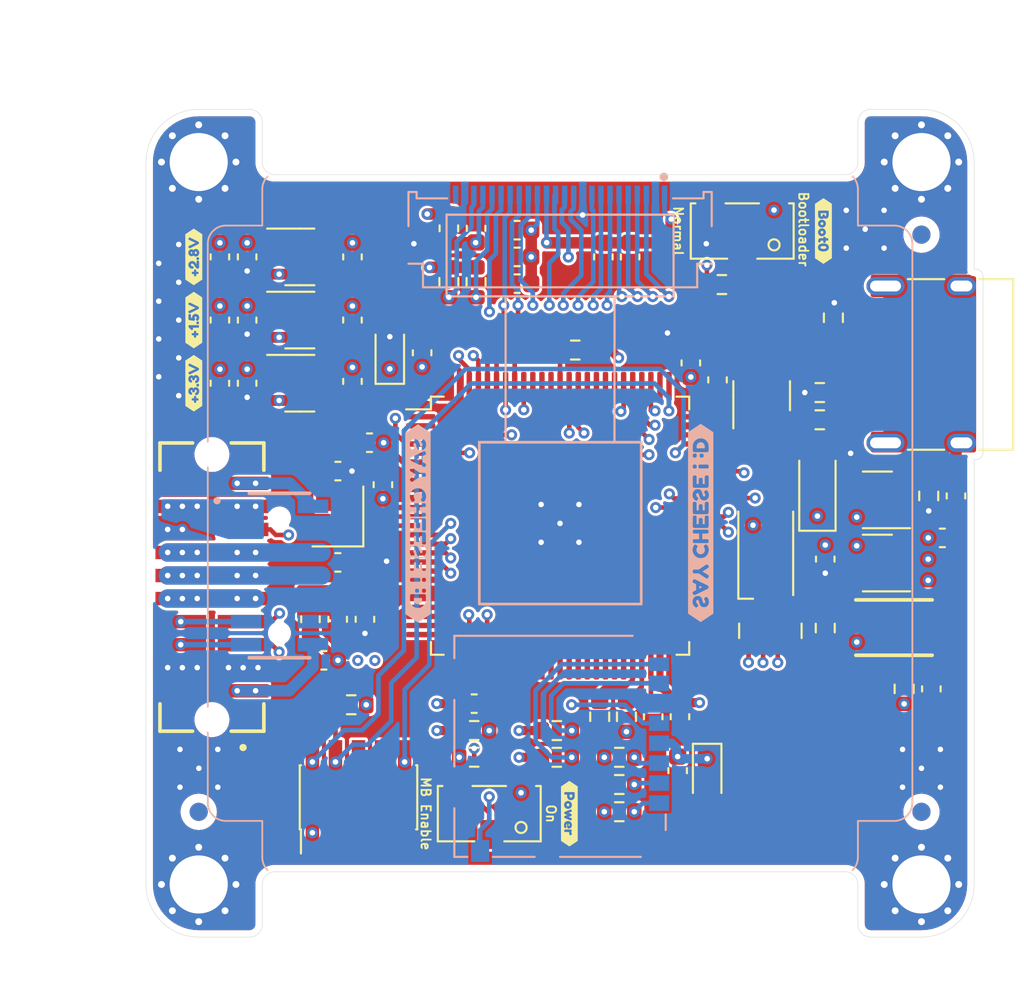
<source format=kicad_pcb>
(kicad_pcb (version 20221018) (generator pcbnew)
  (layers (0 "F.Cu" signal) (1 "In1.Cu" signal) (2 "In2.Cu" signal) (31 "B.Cu" signal) (34 "B.Paste" user) (35 "F.Paste" user) (36 "B.SilkS" user "B.Silkscreen") (37 "F.SilkS" user "F.Silkscreen") (38 "B.Mask" user) (39 "F.Mask" user) (44 "Edge.Cuts" user))
  (net 0 "")
  (net 1 "Net-(U1-VCAP1)")
  (net 2 "+3.3V")
  (net 3 "+3.3VA")
  (net 4 "Net-(U1-VCAP2)")
  (net 5 "Net-(J4-Pin_21)")
  (net 6 "Net-(J1-SHIELD)")
  (net 7 "Net-(D1-GK)")
  (net 8 "GND")
  (net 9 "/NRST")
  (net 10 "/XTAL_IN")
  (net 11 "/XTAL_OUT")
  (net 12 "Net-(D1-RK)")
  (net 13 "/BATT_P")
  (net 14 "Net-(D1-BK)")
  (net 16 "Net-(J1-CC2)")
  (net 18 "2.8V")
  (net 19 "Net-(J1-CC1)")
  (net 28 "Net-(Q1-G)")
  (net 29 "Net-(SW1-B)")
  (net 40 "1.5V")
  (net 49 "/COIL6_N")
  (net 51 "/POWER_EN")
  (net 52 "/SCL1")
  (net 54 "/SDA1")
  (net 55 "/3V3_MB")
  (net 56 "/BATT_N_SW")
  (net 57 "/BATT_P_SW")
  (net 59 "/PAYLOAD_EN")
  (net 60 "/COIL6_P")
  (net 62 "Net-(R4-Pad1)")
  (net 63 "/LED_IR")
  (net 64 "/DCMI_D4")
  (net 65 "/DCMI_D6")
  (net 66 "/DCMI_D7")
  (net 67 "/BOOT0")
  (net 68 "/LED_R")
  (net 69 "/LED_G")
  (net 70 "/LED_B")
  (net 71 "/DCMI_HSYNC")
  (net 72 "/DAC")
  (net 73 "/DCMI_PCLK")
  (net 74 "/I2C2_SCL")
  (net 75 "/I2C2_SDA")
  (net 76 "/SPI2_NSS")
  (net 77 "/SPI2_SCLK")
  (net 78 "/SPI2_MISO")
  (net 79 "/SPI2_MOSI")
  (net 80 "/EXPST")
  (net 81 "/FREX")
  (net 82 "/TIM4_CH1")
  (net 83 "/TIM4_CH2")
  (net 84 "/TIM4_CH3")
  (net 85 "/DCMI_D0")
  (net 86 "/DCMI_D1")
  (net 87 "/SDIO_D0")
  (net 88 "/SDIO_D1")
  (net 89 "/DCMI_CLK")
  (net 90 "VBUS")
  (net 91 "/DCMI_RST")
  (net 92 "/ES_D-")
  (net 93 "/ES_D+")
  (net 94 "/SWDIO")
  (net 95 "/SWCLK")
  (net 96 "/SPI3_SSEL")
  (net 97 "/SDIO_D2")
  (net 98 "/SDIO_D3")
  (net 99 "/SDIO_CLK")
  (net 100 "/SD_CD")
  (net 101 "/GPIO3")
  (net 102 "/SDIO_CMD")
  (net 103 "/GPIO1")
  (net 104 "/GPIO2")
  (net 105 "/UART2_TX")
  (net 106 "/UART2_RX")
  (net 107 "/DCMI_PWDN")
  (net 108 "/SPI3_SCLK")
  (net 109 "/SPI3_MISO")
  (net 110 "/SPI3_MOSI")
  (net 111 "/DCMI_D5")
  (net 112 "/DCMI_VSYNC")
  (net 113 "/I2C1_SCL")
  (net 114 "/I2C1_SDA")
  (net 115 "/DCMI_D2")
  (net 116 "/DCMI_D3")
  (net 123 "/D+")
  (net 124 "/D-")
  (net 127 "/ADPT_STAT")
  (net 128 "/HI_POW")
  (net 129 "Net-(J1-VBUS-PadA4)")
  (footprint "Capacitor_SMD:C_0603_1608Metric" (layer "F.Cu") (at 98.3742 49.9514 90)
    (fp_text reference "C24" hide)
    (fp_text value "0.1uF")
  )
  (footprint "Capacitor_SMD:C_0603_1608Metric" (layer "F.Cu") (at 109.601 76.8604 90)
    (fp_text reference "C3" hide)
    (fp_text value "0.1uF")
  )
  (footprint "Fiducial:Fiducial_1mm_Mask2mm" (layer "F.Cu") (at 122.9 82.1)
    (fp_text reference "REF**" hide)
    (fp_text value "Fiducial_1mm_Mask2mm")
  )
  (footprint "Resistor_SMD:R_0603_1608Metric" (layer "F.Cu") (at 105.1814 76.8604 90)
    (fp_text reference "R17" hide)
    (fp_text value "4.7K")
  )
  (footprint "Resistor_SMD:R_0603_1608Metric" (layer "F.Cu") (at 117.3 59 180)
    (fp_text reference "R2" hide)
    (fp_text value "5.1K")
  )
  (footprint "Capacitor_SMD:C_0603_1608Metric" (layer "F.Cu") (at 90.7643 63.3264 180)
    (fp_text reference "C16" hide)
    (fp_text value "4pF")
  )
  (footprint "mainboard:MountingHole" (layer "F.Cu") (at 83.099995 46.300004)
    (fp_text reference "H1" hide)
    (fp_text value "MountingHole_Pad")
  )
  (footprint "Resistor_SMD:R_0603_1608Metric" (layer "F.Cu") (at 106.2604 80.5942)
    (fp_text reference "R14" hide)
    (fp_text value "10K")
  )
  (footprint "Inductor_SMD:L_0603_1608Metric" (layer "F.Cu") (at 89.2542 71.4906 -90)
    (fp_text reference "FB1" hide)
    (fp_text value "120R")
  )
  (footprint "Resistor_SMD:R_0603_1608Metric" (layer "F.Cu") (at 123.3 64.695 -90)
    (fp_text reference "R1" hide)
    (fp_text value "1M")
  )
  (footprint "kibuzzard-63E3EAF3" (layer "F.Cu") (at 103.51082 82.2 -90)
    (fp_text reference "kibuzzard-63E3EAF3" hide)
    (fp_text value "G***" hide)
  )
  (footprint "kibuzzard-63E3EC1C" (layer "F.Cu") (at 82.8294 51.5262 90)
    (fp_text reference "kibuzzard-63E3EC1C" hide)
    (fp_text value "G***" hide)
  )
  (footprint "Capacitor_SMD:C_0603_1608Metric" (layer "F.Cu") (at 124.8 64.695 90)
    (fp_text reference "C35" hide)
    (fp_text value "4.7nF")
  )
  (footprint "Capacitor_SMD:C_0603_1608Metric" (layer "F.Cu") (at 117.602 68.1756 -90)
    (fp_text reference "C15" hide)
    (fp_text value "1uF")
  )
  (footprint "Resistor_SMD:R_0603_1608Metric" (layer "F.Cu") (at 106.2604 79.0956)
    (fp_text reference "R10" hide)
    (fp_text value "10K")
  )
  (footprint "Resistor_SMD:R_0603_1608Metric" (layer "F.Cu") (at 118.05 54.879 90)
    (fp_text reference "R3" hide)
    (fp_text value "5.1K")
  )
  (footprint "Resistor_SMD:R_0603_1608Metric" (layer "F.Cu") (at 106.6546 76.8604 90)
    (fp_text reference "R18" hide)
    (fp_text value "4.7K")
  )
  (footprint "Capacitor_SMD:C_0603_1608Metric" (layer "F.Cu") (at 92.2542 71.4906 90)
    (fp_text reference "C10" hide)
    (fp_text value "10nF")
  )
  (footprint "Capacitor_SMD:C_0603_1608Metric" (layer "F.Cu") (at 109.474 79.8322 90)
    (fp_text reference "C20" hide)
    (fp_text value "1uF")
  )
  (footprint "Capacitor_SMD:C_0603_1608Metric" (layer "F.Cu") (at 123.444 75.326 -90)
    (fp_text reference "C13" hide)
    (fp_text value "0.1uF")
  )
  (footprint "Connector_PinHeader_1.27mm:PinHeader_2x05_P1.27mm_Vertical_SMD" (layer "F.Cu") (at 91.9 81.3 90)
    (fp_text reference "J2" hide)
    (fp_text value "02x05 M 1.27mm")
  )
  (footprint "Capacitor_SMD:C_0603_1608Metric" (layer "F.Cu") (at 84.267 51.5262 -90)
    (fp_text reference "C28" hide)
    (fp_text value "10uF")
  )
  (footprint "Resistor_SMD:R_0603_1608Metric" (layer "F.Cu") (at 111.91 53.05 180)
    (fp_text reference "R6" hide)
    (fp_text value "10K")
  )
  (footprint "Connector_USB:USB_C_Receptacle_HRO_TYPE-C-31-M-12" (layer "F.Cu") (at 124.05 57.45 90)
    (fp_text reference "J1" hide)
    (fp_text value "USB_C_Receptacle_USB2.0")
  )
  (footprint "Resistor_SMD:R_0603_1608Metric" (layer "F.Cu") (at 98.27 77.62)
    (fp_text reference "R9" hide)
    (fp_text value "10K")
  )
  (footprint "Capacitor_SMD:C_0603_1608Metric" (layer "F.Cu") (at 100.6348 50.053 180)
    (fp_text reference "C29" hide)
    (fp_text value "0.1uF")
  )
  (footprint "Resistor_SMD:R_0603_1608Metric" (layer "F.Cu") (at 91.5 76.2 180)
    (fp_text reference "R8" hide)
    (fp_text value "1K")
  )
  (footprint "Resistor_SMD:R_0603_1608Metric" (layer "F.Cu") (at 117.3 60.5 180)
    (fp_text reference "R20" hide)
    (fp_text value "0R")
  )
  (footprint "Capacitor_SMD:C_0603_1608Metric" (layer "F.Cu") (at 85.767 55.006 -90)
    (fp_text reference "C34" hide)
    (fp_text value "1uF")
  )
  (footprint "Resistor_SMD:R_0603_1608Metric" (layer "F.Cu") (at 103.8352 56.657 180)
    (fp_text reference "R19" hide)
    (fp_text value "10K")
  )
  (footprint "Package_QFP:LQFP-100_14x14mm_P0.5mm" (layer "F.Cu") (at 103 66.3344)
    (fp_text reference "U1" hide)
    (fp_text value "STM32H743VITx")
  )
  (footprint "Resistor_SMD:R_0603_1608Metric" (layer "F.Cu") (at 102.8192 77.6224)
    (fp_text reference "R11" hide)
    (fp_text value "10K")
  )
  (footprint "mainboard:MountingHole" (layer "F.Cu") (at 122.899995 46.300004)
    (fp_text reference "H2" hide)
    (fp_text value "MountingHole_Pad")
  )
  (footprint "Package_TO_SOT_SMD:SOT-23-6" (layer "F.Cu") (at 120.4722 68.3918 180)
    (fp_text reference "Q1" hide)
    (fp_text value "SQ3495EV-T1")
  )
  (footprint "LED_SMD:LED_RGB_Wuerth-PLCC4_3.2x2.8mm_150141M173100" (layer "F.Cu") (at 114.3254 67.8584 90)
    (fp_text reference "D1" hide)
    (fp_text value "150141M173100")
  )
  (footprint "Capacitor_SMD:C_0603_1608Metric" (layer "F.Cu") (at 110.2 57.3682 -90)
    (fp_text reference "C2" hide)
    (fp_text value "0.1uF")
  )
  (footprint "cameraboard:CAS-120TA" (layer "F.Cu") (at 113.03 50.1 180)
    (fp_text reference "SW1" hide)
    (fp_text value "CAS-120TA" hide)
  )
  (footprint "Package_TO_SOT_SMD:SOT-23-6" (layer "F.Cu") (at 114.1 59.1716 90)
    (fp_text reference "U2" hide)
    (fp_text value "WE-TVS-82400102")
  )
  (footprint "Capacitor_SMD:C_0603_1608Metric" (layer "F.Cu") (at 92.5068 61.7624)
    (fp_text reference "C8" hide)
    (fp_text value "0.1uF")
  )
  (footprint "Fiducial:Fiducial_1mm_Mask2mm" (layer "F.Cu") (at 122.9 50.3)
    (fp_text reference "REF**" hide)
    (fp_text value "Fiducial_1mm_Mask2mm")
  )
  (footprint "kibuzzard-63E3EBF1" (layer "F.Cu") (at 82.8294 58.4858 90)
    (fp_text reference "kibuzzard-63E3EBF1" hide)
    (fp_text value "G***" hide)
  )
  (footprint "Package_TO_SOT_SMD:TSOT-23-6" (layer "F.Cu") (at 120.4722 64.912 180)
    (fp_text reference "U6" hide)
    (fp_text value "LTC4412xS6")
  )
  (footprint "Capacitor_SMD:C_0603_1608Metric" (layer "F.Cu") (at 85.767 51.5262 -90)
    (fp_text reference "C33" hide)
    (fp_text value "1uF")
  )
  (footprint "Fiducial:Fiducial_1mm_Mask2mm" (layer "F.Cu") (at 83.1 82.1)
    (fp_text reference "REF**" hide)
    (fp_text value "Fiducial_1mm_Mask2mm")
  )
  (footprint "Capacitor_Tantalum_SMD:CP_EIA-2012-12_Kemet-R" (layer "F.Cu") (at 111.0996 80.0608 -90)
    (fp_text reference "C19" hide)
    (fp_text value "47uF")
  )
  (footprint "Capacitor_SMD:C_0603_1608Metric" (layer "F.Cu") (at 105.3846 51.5262 -90)
    (fp_text reference "C22" hide)
    (fp_text value "1uF")
  )
  (footprint "Capacitor_SMD:C_0603_1608Metric" (layer "F.Cu") (at 111.67 58.3 -90)
    (fp_text reference "C6" hide)
    (fp_text value "2.2uF")
  )
  (footprint "Capacitor_Tantalum_SMD:CP_EIA-2012-12_Kemet-R" (layer "F.Cu") (at 93.6244 56.8094 90)
    (fp_text reference "C1" hide)
    (fp_text value "47uF")
  )
  (footprint "Package_TO_SOT_SMD:SOT-23-5" (layer "F.Cu") (at 88.667 58.4858)
    (fp_text reference "U3" hide)
    (fp_text value "XC6210B332MR-G")
  )
  (footprint "Capacitor_SMD:C_0603_1608Metric" (layer "F.Cu") (at 91.567 58.3858 -90)
    (fp_text reference "C25" hide)
    (fp_text value "1uF")
  )
  (footprint "Capacitor_SMD:C_0603_1608Metric" (layer "F.Cu") (at 95.4024 56.8094 -90)
    (fp_text reference "C7" hide)
    (fp_text value "0.1uF")
  )
  (footprint "Capacitor_SMD:C_0603_1608Metric" (layer "F.Cu") (at 91.567 55.006 -90)
    (fp_text reference "C32" hide)
    (fp_text value "1uF")
  )
  (footprint "mainboard:MountingHole" (layer "F.Cu") (at 83.099995 86.100004)
    (fp_text reference "H4" hide)
    (fp_text value "MountingHole_Pad")
  )
  (footprint "Capacitor_SMD:C_0603_1608Metric" (layer "F.Cu") (at 100.6348 51.5262 180)
    (fp_text reference "C27" hide)
    (fp_text value "10uF")
  )
  (footprint "Package_TO_SOT_SMD:SOT-23-5" (layer "F.Cu") (at 88.667 51.5262)
    (fp_text reference "U4" hide)
    (fp_text value "AP7366-28W5-7")
  )
  (footprint "Capacitor_SMD:C_0603_1608Metric" (layer "F.Cu") (at 100.6348 52.9994 180)
    (fp_text reference "C26" hide)
    (fp_text value "1uF")
  )
  (footprint "Capacitor_SMD:C_0603_1608Metric" (layer "F.Cu") (at 106.8578 51.5262 -90)
    (fp_text reference "C23" hide)
    (fp_text value "10uF")
  )
  (footprint "mainboard:MountingHole" (layer "F.Cu") (at 122.899995 86.100004)
    (fp_text reference "H3" hide)
    (fp_text value "MountingHole_Pad")
  )
  (footprint "Capacitor_SMD:C_0603_1608Metric" (layer "F.Cu") (at 90.7643 68.356 180)
    (fp_text reference "C17" hide)
    (fp_text value "4pF")
  )
  (footprint "Resistor_SMD:R_0603_1608Metric" (layer "F.Cu") (at 102.8192 79.0956)
    (fp_text reference "R12" hide)
    (fp_text value "10K")
  )
  (footprint "kibuzzard-63E3EC09" (layer "F.Cu") (at 82.8294 55.006 90)
    (fp_text reference "kibuzzard-63E3EC09" hide)
    (fp_text value "G***" hide)
  )
  (footprint "custom-footprints:pycubed_mini_half" (layer "F.Cu") (at 116.2 76.3)
    (fp_text reference "Ref**" hide)
    (fp_text value "Val**" hide)
  )
  (footprint "Capacitor_SMD:C_0603_1608Metric" (layer "F.Cu") (at 98.27 76.1388 180)
    (fp_text reference "C5" hide)
    (fp_text value "0.1uF")
  )
  (footprint "Resistor_SMD:R_0603_1608Metric" (layer "F.Cu") (at 117.602 71.9732 -90)
    (fp_text reference "R4" hide)
    (fp_text value "100R")
  )
  (footprint "Resistor_SMD:R_0603_1608Metric" (layer "F.Cu") (at 121.9454 75.326 90)
    (fp_text reference "R5" hide)
    (fp_text value "10K")
  )
  (footprint "Diode_SMD:D_SOD-123F" (layer "F.Cu") (at 117.1702 64.404 90)
    (fp_text reference "D2" hide)
    (fp_text value "MBR1020VL-AU_R1")
  )
  (footprint "mainboard:SAMTEC_TFM-110-12-X-D-A" (layer "F.Cu") (at 83.827972 69.716023 90)
    (fp_text reference "J5" hide)
    (fp_text value "TFM-110-12-X-D-A")
  )
  (footprint "Capacitor_SMD:C_0603_1608Metric" (layer "F.Cu") (at 124.0496 67.0064)
    (fp_text reference "C14" hide)
    (fp_text value "1uF")
  )
  (footprint "mainboard:BTN_KMR2" (layer "F.Cu") (at 121.3866 71.9478)
    (fp_text reference "SW2" hide)
    (fp_text value "KMR2x")
  )
  (footprint "Capacitor_SMD:C_0603_1608Metric" (layer "F.Cu") (at 108.1278 76.8604 90)
    (fp_text reference "C4" hide)
    (fp_text value "2.2uF")
  )
  (footprint "Resistor_SMD:R_Array_Concave_4x0603" (layer "F.Cu") (at 114.5794 72.1256 90)
    (fp_text reference "RN1" hide)
    (fp_text value "330R")
  )
  (footprint "Inductor_SMD:L_0603_1608Metric" (layer "F.Cu") (at 96.8756 49.9514 -90)
    (fp_text reference "FB2" hide)
    (fp_text value "120R")
  )
  (footprint "Resistor_SMD:R_0603_1608Metric" (layer "F.Cu") (at 98.3742 52.9232 -90)
    (fp_text reference "R15" hide)
    (fp_text value "4.7K")
  )
  (footprint "Capacitor_SMD:C_0603_1608Metric" (layer "F.Cu") (at 90.7542 71.4906 90)
    (fp_text reference "C11" hide)
    (fp_text value "1uF")
  )
  (footprint "kibuzzard-63E3EA3E" (layer "F.Cu") (at 117.5 50.1 -90)
    (fp_text reference "kibuzzard-63E3EA3E" hide)
    (fp_text value "G***" hide)
  )
  (footprint "Capacitor_SMD:C_0603_1608Metric" (layer "F.Cu") (at 84.267 55.006 -90)
    (fp_text reference "C31" hide)
    (fp_text value "10uF")
  )
  (footprint "Capacitor_SMD:C_0603_1608Metric" (layer "F.Cu") (at 85.767 58.4858 -90)
    (fp_text reference "C21" hide)
    (fp_text value "1uF")
  )
  (footprint "Capacitor_SMD:C_0603_1608Metric" (layer "F.Cu") (at 89.9922 73.7512)
    (fp_text reference "C12" hide)
    (fp_text value "1uF")
  )
  (footprint "Capacitor_SMD:C_0603_1608Metric" (layer "F.Cu") (at 93.2434 64.0738 -90)
    (fp_text reference "C9" hide)
    (fp_text value "0.1uF")
  )
  (footprint "cameraboard:CAS-120TA" (layer "F.Cu") (at 99.1 82.2 180)
    (fp_text reference "SW3" hide)
    (fp_text value "CAS-120TA" hide)
  )
  (footprint "Capacitor_SMD:C_0603_1608Metric" (layer "F.Cu") (at 84.267 58.4858 -90)
    (fp_text reference "C18" hide)
    (fp_text value "10uF")
  )
  (footprint "Package_TO_SOT_SMD:SOT-23-5" (layer "F.Cu") (at 88.667 55.006)
    (fp_text reference "U5" hide)
    (fp_text value "TLV75515PDBVR")
  )
  (footprint "Capacitor_SMD:C_0603_1608Metric" (layer "F.Cu") (at 91.567 51.5262 -90)
    (fp_text reference "C30" hide)
    (fp_text value "1uF")
  )
  (footprint "Resistor_SMD:R_0603_1608Metric" (layer "F.Cu") (at 98.27 79.09 180)
    (fp_text reference "R7" hide)
    (fp_text value "10K")
  )
  (footprint "Resistor_SMD:R_0603_1608Metric" (layer "F.Cu") (at 96.8756 52.9232 -90)
    (fp_text reference "R16" hide)
    (fp_text value "4.7K")
  )
  (footprint "Crystal:Crystal_SMD_2520-4Pin_2.5x2.0mm" (layer "F.Cu") (at 90.7643 65.8264 90)
    (fp_text reference "Y1" hide)
    (fp_text value "12MHz/7pF")
  )
  (footprint "Resistor_SMD:R_0603_1608Metric" (layer "F.Cu") (at 106.2604 82.0928)
    (fp_text reference "R13" hide)
    (fp_text value "10K")
  )
  (footprint "kibuzzard-63E3ED57" (layer "B.Cu") (at 95.1738 66.2074 -90)
    (fp_text reference "kibuzzard-63E3ED57" hide)
    (fp_text value "G***" hide)
  )
  (footprint "cameraboard:MOLEX_5051102491" (layer "B.Cu") (at 103 50.55 180)
    (fp_text reference "J4" hide)
    (fp_text value "MOLEX_5051102491")
  )
  (footprint "cameraboard:SAMTEC_FLE-107-01-X-DV-A" (layer "B.Cu") (at 87.55 69.08 -90)
    (fp_text reference "J6" hide)
    (fp_text value "FLE-107-01-X-DV-A")
  )
  (footprint "kibuzzard-63E3ED57" (layer "B.Cu") (at 110.744 66.182 90)
    (fp_text reference "kibuzzard-63E3ED57" hide)
    (fp_text value "G***" hide)
  )
  (footprint "Connector_Card:microSD_HC_Molex_104031-0811" (layer "B.Cu") (at 102.997 78.5114 90)
    (fp_text reference "J3" hide)
    (fp_text value "USD-1040310811")
  )
  (footprint "Fiducial:Fiducial_1mm_Mask2mm" (layer "B.Cu") (at 122.9 50.3 180)
    (fp_text reference "REF**" hide)
    (fp_text value "Fiducial_1mm_Mask2mm")
  )
  (footprint "Fiducial:Fiducial_1mm_Mask2mm" (layer "B.Cu") (at 122.9 82.1 180)
    (fp_text reference "REF**" hide)
    (fp_text value "Fiducial_1mm_Mask2mm")
  )
  (footprint "Fiducial:Fiducial_1mm_Mask2mm" (layer "B.Cu") (at 83.1 82.1 180)
    (fp_text reference "REF**" hide)
    (fp_text value "Fiducial_1mm_Mask2mm")
  )
  (gr_line (start 83.6 81.6) (end 83.6 50.8) (stroke (width 0.1)) (layer "B.SilkS"))
  (gr_line (start 109.25 49.2) (end 96.75 49.2) (stroke (width 0.127)) (layer "B.SilkS"))
  (gr_line (start 119.4 47.8) (end 119.4 49.8) (stroke (width 0.1016)) (layer "B.SilkS"))
  (gr_arc (start 119.4 84.6) (mid 119.32388 84.982683) (end 119.107107 85.307107) (stroke (width 0.1016)) (layer "B.SilkS"))
  (gr_line (start 105.9942 61.6608) (end 106 53.7) (stroke (width 0.127)) (layer "B.SilkS"))
  (gr_line (start 84.6 49.8) (end 86.6 49.8) (stroke (width 0.1)) (layer "B.SilkS"))
  (gr_line (start 86.6 84.6) (end 86.6 82.6) (stroke (width 0.1)) (layer "B.SilkS"))
  (gr_arc (start 86.6 47.8) (mid 86.67612 47.417317) (end 86.892893 47.092893) (stroke (width 0.1016)) (layer "B.SilkS"))
  (gr_line (start 109.25 53.7) (end 109.25 49.2) (stroke (width 0.127)) (layer "B.SilkS"))
  (gr_line (start 121.4 82.6) (end 119.4 82.6) (stroke (width 0.1016)) (layer "B.SilkS"))
  (gr_arc (start 121.4 49.8) (mid 122.107107 50.092893) (end 122.4 50.8) (stroke (width 0.1016)) (layer "B.SilkS"))
  (gr_line (start 119.4 82.6) (end 119.4 84.6) (stroke (width 0.1016)) (layer "B.SilkS"))
  (gr_line (start 109.25 53.7) (end 96.75 53.7) (stroke (width 0.127)) (layer "B.SilkS"))
  (gr_line (start 99.9998 61.6608) (end 100 53.7) (stroke (width 0.127)) (layer "B.SilkS"))
  (gr_rect (start 98.552 61.737) (end 107.4674 70.6524) (stroke (width 0.15)) (fill none) (layer "B.SilkS"))
  (gr_arc (start 84.6 82.6) (mid 83.892893 82.307107) (end 83.6 81.6) (stroke (width 0.1)) (layer "B.SilkS"))
  (gr_arc (start 122.4 81.6) (mid 122.107107 82.307107) (end 121.4 82.6) (stroke (width 0.1016)) (layer "B.SilkS"))
  (gr_arc (start 83.6 50.8) (mid 83.892893 50.092893) (end 84.6 49.8) (stroke (width 0.1)) (layer "B.SilkS"))
  (gr_line (start 86.6 82.6) (end 84.6 82.6) (stroke (width 0.1)) (layer "B.SilkS"))
  (gr_line (start 122.4 50.8) (end 122.4 81.6) (stroke (width 0.1016)) (layer "B.SilkS"))
  (gr_arc (start 86.892893 85.307107) (mid 86.67612 84.982684) (end 86.6 84.6) (stroke (width 0.1016)) (layer "B.SilkS"))
  (gr_line (start 86.6 49.8) (end 86.6 47.8) (stroke (width 0.1)) (layer "B.SilkS"))
  (gr_arc (start 119.107107 47.092893) (mid 119.32388 47.417316) (end 119.4 47.8) (stroke (width 0.1016)) (layer "B.SilkS"))
  (gr_line (start 96.75 53.7) (end 96.75 49.2) (stroke (width 0.127)) (layer "B.SilkS"))
  (gr_line (start 119.4 49.8) (end 121.4 49.8) (stroke (width 0.1016)) (layer "B.SilkS"))
  (gr_line (start 86.6 46.3) (end 86.6 44.1) (stroke (width 0.0254)) (layer "Edge.Cuts"))
  (gr_arc (start 120.1 89) (mid 119.605025 88.794975) (end 119.4 88.3) (stroke (width 0.0254)) (layer "Edge.Cuts"))
  (gr_arc (start 83.100001 89) (mid 81.049391 88.15061) (end 80.2 86.1) (stroke (width 0.0254)) (layer "Edge.Cuts"))
  (gr_line (start 119.4 46.3) (end 119.4 44.1) (stroke (width 0.0254)) (layer "Edge.Cuts"))
  (gr_line (start 119.4 46.3) (end 119.4 46.3) (stroke (width 0.0254)) (layer "Edge.Cuts"))
  (gr_arc (start 80.2 46.3) (mid 81.04939 44.24939) (end 83.1 43.4) (stroke (width 0.0254)) (layer "Edge.Cuts"))
  (gr_arc (start 125.89 52.2) (mid 126.172843 52.317157) (end 126.29 52.6) (stroke (width 0.0254)) (layer "Edge.Cuts"))
  (gr_line (start 126.29 62.3) (end 126.29 52.6) (stroke (width 0.0254)) (layer "Edge.Cuts"))
  (gr_arc (start 87.3 47) (mid 86.805025 46.794975) (end 86.6 46.3) (stroke (width 0.0254)) (layer "Edge.Cuts"))
  (gr_line (start 120.1 43.4) (end 122.9 43.4) (stroke (width 0.0254)) (layer "Edge.Cuts"))
  (gr_arc (start 126.29 62.3) (mid 126.172843 62.582843) (end 125.89 62.7) (stroke (width 0.0254)) (layer "Edge.Cuts"))
  (gr_arc (start 85.9 43.4) (mid 86.394975 43.605025) (end 86.6 44.1) (stroke (width 0.0254)) (layer "Edge.Cuts"))
  (gr_line (start 85.9 43.4) (end 83.1 43.4) (stroke (width 0.0254)) (layer "Edge.Cuts"))
  (gr_arc (start 118.7 85.4) (mid 119.194975 85.605025) (end 119.4 86.1) (stroke (width 0.0254)) (layer "Edge.Cuts"))
  (gr_arc (start 119.4 46.3) (mid 119.194975 46.794975) (end 118.7 47) (stroke (width 0.0254)) (layer "Edge.Cuts"))
  (gr_arc (start 86.6 86.1) (mid 86.805025 85.605025) (end 87.3 85.4) (stroke (width 0.0254)) (layer "Edge.Cuts"))
  (gr_line (start 125.89 52.2) (end 125.8 52.2) (stroke (width 0.0254)) (layer "Edge.Cuts"))
  (gr_line (start 125.8 62.7) (end 125.8 86.1) (stroke (width 0.0254)) (layer "Edge.Cuts"))
  (gr_line (start 85.9 89) (end 83.100001 89) (stroke (width 0.0254)) (layer "Edge.Cuts"))
  (gr_line (start 119.4 88.3) (end 119.4 86.1) (stroke (width 0.0254)) (layer "Edge.Cuts"))
  (gr_line (start 80.2 86.1) (end 80.2 46.3) (stroke (width 0.0254)) (layer "Edge.Cuts"))
  (gr_arc (start 86.6 88.3) (mid 86.394975 88.794975) (end 85.9 89) (stroke (width 0.0254)) (layer "Edge.Cuts"))
  (gr_arc (start 125.8 86.1) (mid 124.95061 88.150609) (end 122.900002 89) (stroke (width 0.0254)) (layer "Edge.Cuts"))
  (gr_line (start 86.6 86.1) (end 86.6 88.3) (stroke (width 0.0254)) (layer "Edge.Cuts"))
  (gr_line (start 125.8 52.2) (end 125.8 46.3) (stroke (width 0.0254)) (layer "Edge.Cuts"))
  (gr_arc (start 119.4 44.1) (mid 119.605025 43.605025) (end 120.1 43.4) (stroke (width 0.0254)) (layer "Edge.Cuts"))
  (gr_line (start 120.1 89) (end 122.900002 89) (stroke (width 0.0254)) (layer "Edge.Cuts"))
  (gr_line (start 118.7 47) (end 87.3 47) (stroke (width 0.0254)) (layer "Edge.Cuts"))
  (gr_line (start 125.89 62.7) (end 125.8 62.7) (stroke (width 0.0254)) (layer "Edge.Cuts"))
  (gr_line (start 118.7 85.4) (end 87.3 85.4) (stroke (width 0.0254)) (layer "Edge.Cuts"))
  (gr_arc (start 122.9 43.4) (mid 124.95061 44.24939) (end 125.8 46.3) (stroke (width 0.0254)) (layer "Edge.Cuts"))
  (gr_text "Bootloader" (at 116.4 50 270) (layer "F.SilkS") (effects (font (size 0.508 0.508) (thickness 0.1016))))
  (gr_text "On" (at 102.5 82.2 270) (layer "F.SilkS") (effects (font (size 0.508 0.508) (thickness 0.1016))))
  (gr_text "Normal" (at 109.5 50.1 270) (layer "F.SilkS") (effects (font (size 0.508 0.508) (thickness 0.1016))))
  (gr_text "MB Enable" (at 95.6 82.2 270) (layer "F.SilkS") (effects (font (size 0.508 0.508) (thickness 0.1016))))
  (segment (start 108 75.9576) (end 108.1278 76.0854) (width 0.254) (layer "F.Cu") (net 1))
  (segment (start 108 74.0094) (end 108 75.9576) (width 0.254) (layer "F.Cu") (net 1))
  (segment (start 90.7273 73.7512) (end 89.2542 72.2781) (width 0.508) (layer "F.Cu") (net 2))
  (segment (start 95.821 52.0982) (end 96.8756 52.0982) (width 0.635) (layer "F.Cu") (net 2))
  (segment (start 109.601 76.0854) (end 109.601 75.438) (width 0.3048) (layer "F.Cu") (net 2))
  (segment (start 106.2228 57.0888) (end 105.791 56.657) (width 0.508) (layer "F.Cu") (net 2))
  (segment (start 109.601 75.438) (end 109 74.837) (width 0.3048) (layer "F.Cu") (net 2))
  (segment (start 97.4976 76.1388) (end 97.4976 74.0118) (width 0.3048) (layer "F.Cu") (net 2))
  (segment (start 95.8088 52.1104) (end 95.821 52.0982) (width 0.635) (layer "F.Cu") (net 2))
  (segment (start 109.601 76.0854) (end 110.6802 76.0854) (width 0.508) (layer "F.Cu") (net 2))
  (segment (start 93.2434 64.8488) (end 93.729 65.3344) (width 0.3048) (layer "F.Cu") (net 2))
  (segment (start 94.3538 62.8344) (end 93.2818 61.7624) (width 0.3048) (layer "F.Cu") (net 2))
  (segment (start 91.492 57.5358) (end 89.8045 57.5358) (width 0.508) (layer "F.Cu") (net 2))
  (segment (start 110.675 58.6182) (end 110.675 60.3344) (width 0.3048) (layer "F.Cu") (net 2))
  (segment (start 105.791 56.657) (end 104.6602 56.657) (width 0.508) (layer "F.Cu") (net 2))
  (segment (start 105.4354 79.0956) (end 105.4354 82.0928) (width 0.508) (layer "F.Cu") (net 2))
  (segment (start 93.729 65.3344) (end 95.325 65.3344) (width 0.3048) (layer "F.Cu") (net 2))
  (segment (start 109 74.837) (end 109 74.0094) (width 0.3048) (layer "F.Cu") (net 2))
  (segment (start 105.1814 77.6854) (end 106.6546 77.6854) (width 0.508) (layer "F.Cu") (net 2))
  (segment (start 98.3742 52.0982) (end 96.8756 52.0982) (width 0.635) (layer "F.Cu") (net 2))
  (segment (start 110.2 58.1432) (end 110.675 58.6182) (width 0.3048) (layer "F.Cu") (net 2))
  (segment (start 101.9942 77.6224) (end 100.7369 77.6224) (width 0.508) (layer "F.Cu") (net 2))
  (segment (start 101.9942 79.0956) (end 100.7369 79.0956) (width 0.508) (layer "F.Cu") (net 2))
  (segment (start 95.325 62.8344) (end 94.3538 62.8344) (width 0.3048) (layer "F.Cu") (net 2))
  (segment (start 97.4476 77.6224) (end 96.2152 77.6224) (width 0.508) (layer "F.Cu") (net 2))
  (segment (start 96.2066 76.1388) (end 97.4976 76.1388) (width 0.508) (layer "F.Cu") (net 2))
  (via (at 100.7369 79.0956) (size 0.6096) (drill 0.3048) (layers "F.Cu" "B.Cu") (net 2))
  (via (at 89.36 83.25) (size 0.6096) (drill 0.3048) (layers "F.Cu" "B.Cu") (net 2))
  (via (at 93.2434 64.8488) (size 0.6096) (drill 0.3048) (layers "F.Cu" "B.Cu") (net 2))
  (via (at 93.2818 61.7624) (size 0.6096) (drill 0.3048) (layers "F.Cu" "B.Cu") (net 2))
  (via (at 111.0996 79.1733) (size 0.6096) (drill 0.3048) (layers "F.Cu" "B.Cu") (net 2))
  (via (at 110.2 58.1432) (size 0.6096) (drill 0.3048) (layers "F.Cu" "B.Cu") (net 2))
  (via (at 106.6546 77.6854) (size 0.6096) (drill 0.3048) (layers "F.Cu" "B.Cu") (net 2))
  (via (at 105.4354 82.0928) (size 0.6096) (drill 0.3048) (layers "F.Cu" "B.Cu") (net 2))
  (via (at 96.2152 77.6224) (size 0.6096) (drill 0.3048) (layers "F.Cu" "B.Cu") (net 2))
  (via (at 113.6254 66.3084) (size 0.6096) (drill 0.3048) (layers "F.Cu" "B.Cu") (net 2))
  (via (at 114.779999 48.947) (size 0.6096) (drill 0.3048) (layers "F.Cu" "B.Cu") (net 2))
  (via (at 92.325 76.2) (size 0.6096) (drill 0.3048) (layers "F.Cu" "B.Cu") (net 2))
  (via (at 90.7672 73.7512) (size 0.6096) (drill 0.3048) (layers "F.Cu" "B.Cu") (net 2))
  (via (at 100.7369 77.6224) (size 0.6096) (drill 0.3048) (layers "F.Cu" "B.Cu") (net 2))
  (via (at 106.2228 57.0888) (size 0.6096) (drill 0.3048) (layers "F.Cu" "B.Cu") (net 2))
  (via (at 95.8088 52.1104) (size 0.6096) (drill 0.3048) (layers "F.Cu" "B.Cu") (net 2))
  (via (at 121.9454 76.151) (size 0.6096) (drill 0.3048) (layers "F.Cu" "B.Cu") (net 2))
  (via (at 110.6802 76.0854) (size 0.6096) (drill 0.3048) (layers "F.Cu" "B.Cu") (net 2))
  (via (at 95.4024 57.5844) (size 0.6096) (drill 0.3048) (layers "F.Cu" "B.Cu") (net 2))
  (via (at 109.474 79.0572) (size 0.6096) (drill 0.3048) (layers "F.Cu" "B.Cu") (net 2))
  (via (at 96.2066 76.1388) (size 0.6096) (drill 0.3048) (layers "F.Cu" "B.Cu") (net 2))
  (via (at 105.4354 79.0956) (size 0.6096) (drill 0.3048) (layers "F.Cu" "B.Cu") (net 2))
  (via (at 91.567 57.6108) (size 0.6096) (drill 0.3048) (layers "F.Cu" "B.Cu") (net 2))
  (via (at 93.6244 57.6969) (size 0.6096) (drill 0.3048) (layers "F.Cu" "B.Cu") (net 2))
  (segment (start 109.4034 78.585) (end 109.4034 78.9866) (width 0.508) (layer "B.Cu") (net 2))
  (segment (start 109.1348 78.3164) (end 109.4034 78.585) (width 0.508) (layer "B.Cu") (net 2))
  (segment (start 109.5901 79.1733) (end 111.0996 79.1733) (width 0.508) (layer "B.Cu") (net 2))
  (segment (start 109.4034 78.9866) (end 109.5901 79.1733) (width 0.508) (layer "B.Cu") (net 2))
  (segment (start 108.447 78.3164) (end 109.1348 78.3164) (width 0.508) (layer "B.Cu") (net 2))
  (segment (start 112.06 59.465) (end 111.67 59.075) (width 0.3048) (layer "F.Cu") (net 4))
  (segment (start 112.06 60.98) (end 112.06 59.465) (width 0.3048) (layer "F.Cu") (net 4))
  (segment (start 110.675 61.3344) (end 111.7056 61.3344) (width 0.3048) (layer "F.Cu") (net 4))
  (segment (start 111.7056 61.3344) (end 112.06 60.98) (width 0.3048) (layer "F.Cu") (net 4))
  (segment (start 98.3488 50.7387) (end 96.8881 50.7387) (width 0.635) (layer "F.Cu") (net 5))
  (via (at 98.3488 50.7387) (size 0.6096) (drill 0.3048) (layers "F.Cu" "B.Cu") (net 5))
  (segment (start 98.5266 50.5609) (end 98.5266 49.0116) (width 0.254) (layer "B.Cu") (net 5))
  (segment (start 98.3488 50.7387) (end 98.5266 50.5609) (width 0.254) (layer "B.Cu") (net 5))
  (segment (start 98.5266 49.0116) (end 98.750001 48.788199) (width 0.254) (layer "B.Cu") (net 5))
  (segment (start 98.750001 48.788199) (end 98.750001 48.1) (width 0.254) (layer "B.Cu") (net 5))
  (segment (start 124.8 63.92) (end 124.8 62.186948) (width 0.635) (layer "F.Cu") (net 6))
  (segment (start 124.8 63.92) (end 123.35 63.92) (width 0.635) (layer "F.Cu") (net 6))
  (segment (start 114.1794 70.5444) (end 115.0254 69.6984) (width 0.254) (layer "F.Cu") (net 7))
  (segment (start 114.1794 71.1232) (end 114.1794 70.5444) (width 0.254) (layer "F.Cu") (net 7))
  (via (at 81.392428 74.154177) (size 0.6096) (drill 0.3048) (layers "F.Cu" "B.Cu") (net 8))
  (via (at 82 52.9232) (size 0.6096) (drill 0.3048) (layers "F.Cu" "B.Cu") (net 8))
  (via (at 85.767 52.3012) (size 0.6096) (drill 0.3048) (layers "F.Cu" "B.Cu") (net 8))
  (via (at 123.9414 78.6586) (size 0.6096) (drill 0.3048) (layers "F.Cu" "B.Cu") (net 8))
  (via (at 101.9556 65.166) (size 0.6096) (drill 0.3048) (layers "F.Cu" "B.Cu") (net 8))
  (via (at 82 50.8404) (size 0.6096) (drill 0.3048) (layers "F.Cu" "B.Cu") (net 8))
  (via (at 84.739628 74.154177) (size 0.6096) (drill 0.3048) (layers "F.Cu" "B.Cu") (net 8))
  (via (at 117.602 68.9506) (size 0.6096) (drill 0.3048) (layers "F.Cu" "B.Cu") (net 8))
  (via (at 104.2416 49.2148) (size 0.6096) (drill 0.3048) (layers "F.Cu" "B.Cu") (net 8))
  (via (at 121.8586 80.7414) (size 0.6096) (drill 0.3048) (layers "F.Cu" "B.Cu") (net 8))
  (via (at 118.7586 48.9586) (size 0.6096) (drill 0.3048) (layers "F.Cu" "B.Cu") (net 8))
  (via (at 116.475 59) (size 0.6096) (drill 0.3048) (layers "F.Cu" "B.Cu") (net 8))
  (via (at 86.365228 74.154177) (size 0.6096) (drill 0.3048) (layers "F.Cu" "B.Cu") (net 8))
  (via (at 80.9 53.9646) (size 0.6096) (drill 0.3048) (layers "F.Cu" "B.Cu") (net 8))
  (via (at 84.1514 78.6586) (size 0.6096) (drill 0.3048) (layers "F.Cu" "B.Cu") (net 8))
  (via (at 93.6244 55.9219) (size 0.6096) (drill 0.3048) (layers "F.Cu" "B.Cu") (net 8))
  (via (at 84.1514 80.7414) (size 0.6096) (drill 0.3048) (layers "F.Cu" "B.Cu") (net 8))
  (via (at 82 55.006) (size 0.6096) (drill 0.3048) (layers "F.Cu" "B.Cu") (net 8))
  (via (at 118.7586 51.0414) (size 0.6096) (drill 0.3048) (layers "F.Cu" "B.Cu") (net 8))
  (via (at 91.5393 63.3264) (size 0.6096) (drill 0.3048) (layers "F.Cu" "B.Cu") (net 8))
  (via (at 85.767 55.781) (size 0.6096) (drill 0.3048) (layers "F.Cu" "B.Cu") (net 8))
  (via (at 92.2542 72.2656) (size 0.6096) (drill 0.3048) (layers "F.Cu" "B.Cu") (net 8))
  (via (at 119.8 50) (size 0.6096) (drill 0.3048) (layers "F.Cu" "B.Cu") (net 8))
  (via (at 82 59.1716) (size 0.6096) (drill 0.3048) (layers "F.Cu" "B.Cu") (net 8))
  (via (at 118.999 62.3466) (size 0.6096) (drill 0.3048) (layers "F.Cu" "B.Cu") (net 8))
  (via (at 80.9 58.1302) (size 0.6096) (drill 0.3048) (layers "F.Cu" "B.Cu") (net 8))
  (via (at 118.1 54.054) (size 0.6096) (drill 0.3048) (layers "F.Cu" "B.Cu") (net 8))
  (via (at 104.0384 67.2488) (size 0.6096) (drill 0.3048) (layers "F.Cu" "B.Cu") (net 8))
  (via (at 82 57.0888) (size 0.6096) (drill 0.3048) (layers "F.Cu" "B.Cu") (net 8))
  (via (at 120.8414 48.9586) (size 0.6096) (drill 0.3048) (layers "F.Cu" "B.Cu") (net 8))
  (via (at 93.4466 68.2902) (size 0.6096) (drill 0.3048) (layers "F.Cu" "B.Cu") (net 8))
  (via (at 82.2 66.54) (size 0.6096) (drill 0.3048) (layers "F.Cu" "B.Cu") (net 8))
  (via (at 80.9 56.0474) (size 0.6096) (drill 0.3048) (layers "F.Cu" "B.Cu") (net 8))
  (via (at 83.11 79.7) (size 0.6096) (drill 0.3048) (layers "F.Cu" "B.Cu") (net 8))
  (via (at 111.049988 50.799999) (size 0.6096) (drill 0.3048) (layers "F.Cu" "B.Cu") (net 8))
  (via (at 104.0384 65.166) (size 0.6096) (drill 0.3048) (layers "F.Cu" "B.Cu") (net 8))
  (via (at 85.5472 74.1576) (size 0.6096) (drill 0.3048) (layers "F.Cu" "B.Cu") (net 8))
  (via (at 101.9556 67.2488) (size 0.6096) (drill 0.3048) (layers "F.Cu" "B.Cu") (net 8))
  (via (at 82.0686 78.6586) (size 0.6096) (drill 0.3048) (layers "F.Cu" "B.Cu") (net 8))
  (via (at 85.767 59.2608) (size 0.6096) (drill 0.3048) (layers "F.Cu" "B.Cu") (net 8))
  (via (at 81.39 66.54) (size 0.6096) (drill 0.3048) (layers "F.Cu" "B.Cu") (net 8))
  (via (at 83.018028 74.154177) (size 0.6096) (drill 0.3048) (layers "F.Cu" "B.Cu") (net 8))
  (via (at 80.9 51.8818) (size 0.6096) (drill 0.3048) (layers "F.Cu" "B.Cu") (net 8))
  (via (at 123.3 65.52) (size 0.6096) (drill 0.3048) (layers "F.Cu" "B.Cu") (net 8))
  (via (at 123.9414 80.7414) (size 0.6096) (drill 0.3048) (layers "F.Cu" "B.Cu") (net 8))
  (via (at 121.8586 78.6586) (size 0.6096) (drill 0.3048) (layers "F.Cu" "B.Cu") (net 8))
  (via (at 94.950012 50.799999) (size 0.6096) (drill 0.3048) (layers "F.Cu" "B.Cu") (net 8))
  (via (at 122.9 79.7) (size 0.6096) (drill 0.3048) (layers "F.Cu" "B.Cu") (net 8))
  (via (at 102.997 66.2074) (size 0.6096) (drill 0.3048) (layers "F.Cu" "B.Cu") (net 8))
  (via (at 82.2 74.1576) (size 0.6096) (drill 0.3048) (layers "F.Cu" "B.Cu") (net 8))
  (via (at 108.9152 55.7172) (size 0.6096) (drill 0.3048) (layers "F.Cu" "B.Cu") (net 8))
  (via (at 120.8414 51.0414) (size 0.6096) (drill 0.3048) (layers "F.Cu" "B.Cu") (net 8))
  (via (at 82.0686 80.7414) (size 0.6096) (drill 0.3048) (layers "F.Cu" "B.Cu") (net 8))
  (segment (start 104.250003 49.206397) (end 104.2416 49.2148) (width 0.254) (layer "B.Cu") (net 8))
  (segment (start 104.250003 48.1) (end 104.250003 49.206397) (width 0.254) (layer "B.Cu") (net 8))
  (segment (start 96.3502 66.8344) (end 95.325 66.8344) (width 0.254) (layer "F.Cu") (net 9))
  (segment (start 123.4366 72.7478) (end 119.3366 72.7478) (width 0.254) (layer "F.Cu") (net 9))
  (segment (start 121.9454 74.501) (end 123.394 74.501) (width 0.254) (layer "F.Cu") (net 9))
  (segment (start 123.444 74.551) (end 123.444 72.7552) (width 0.254) (layer "F.Cu") (net 9))
  (segment (start 96.9772 66.2074) (end 96.3502 66.8344) (width 0.254) (layer "F.Cu") (net 9))
  (via (at 94.44 79.35) (size 0.6096) (drill 0.3048) (layers "F.Cu" "B.Cu") (net 9))
  (via (at 119.3366 72.7478) (size 0.6096) (drill 0.3048) (layers "F.Cu" "B.Cu") (net 9))
  (via (at 96.9772 66.2074) (size 0.6096) (drill 0.3048) (layers "F.Cu" "B.Cu") (net 9))
  (segment (start 94.44 75.36) (end 95.8 74) (width 0.254) (layer "B.Cu") (net 9))
  (segment (start 94.44 79.35) (end 94.44 75.36) (width 0.254) (layer "B.Cu") (net 9))
  (segment (start 95.8 74) (end 95.8 67.3846) (width 0.254) (layer "B.Cu") (net 9))
  (segment (start 95.8 67.3846) (end 96.9772 66.2074) (width 0.254) (layer "B.Cu") (net 9))
  (segment (start 90.8723 65.8344) (end 95.325 65.8344) (width 0.254) (layer "F.Cu") (net 10))
  (segment (start 90.0643 65.0264) (end 90.8723 65.8344) (width 0.254) (layer "F.Cu") (net 10))
  (segment (start 90.0643 64.9514) (end 90.0643 63.4014) (width 0.254) (layer "F.Cu") (net 10))
  (segment (start 91.8313 66.3344) (end 95.325 66.3344) (width 0.254) (layer "F.Cu") (net 11))
  (segment (start 91.4643 66.7014) (end 91.4643 68.281) (width 0.254) (layer "F.Cu") (net 11))
  (segment (start 113.3794 71.1232) (end 113.3794 69.5274) (width 0.254) (layer "F.Cu") (net 12))
  (via (at 123.27 69.3468) (size 0.6096) (drill 0.3048) (layers "F.Cu" "B.Cu") (net 13))
  (via (at 86.233 65.2676) (size 0.6096) (drill 0.3048) (layers "F.Cu" "B.Cu") (net 13))
  (via (at 85.217 65.2676) (size 0.6096) (drill 0.3048) (layers "F.Cu" "B.Cu") (net 13))
  (via (at 123.2746 67.0064) (size 0.6096) (drill 0.3048) (layers "F.Cu" "B.Cu") (net 13))
  (via (at 83.018028 65.264177) (size 0.6096) (drill 0.3048) (layers "F.Cu" "B.Cu") (net 13))
  (via (at 123.27 68.18) (size 0.6096) (drill 0.3048) (layers "F.Cu" "B.Cu") (net 13))
  (via (at 81.392428 65.264177) (size 0.6096) (drill 0.3048) (layers "F.Cu" "B.Cu") (net 13))
  (via (at 82.2 65.2676) (size 0.6096) (drill 0.3048) (layers "F.Cu" "B.Cu") (net 13))
  (segment (start 115.7548 68.3988) (end 115.0254 67.6694) (width 0.254) (layer "F.Cu") (net 14))
  (segment (start 115.7548 70.2771) (end 115.7548 68.3988) (width 0.254) (layer "F.Cu") (net 14))
  (segment (start 115.0254 67.6694) (end 115.0254 66.3084) (width 0.254) (layer "F.Cu") (net 14))
  (segment (start 115.5319 70.5) (end 115.7548 70.2771) (width 0.254) (layer "F.Cu") (net 14))
  (segment (start 114.9794 70.6588) (end 115.1382 70.5) (width 0.254) (layer "F.Cu") (net 14))
  (segment (start 114.9794 71.2756) (end 114.9794 70.6588) (width 0.254) (layer "F.Cu") (net 14))
  (segment (start 115.1382 70.5) (end 115.5319 70.5) (width 0.254) (layer "F.Cu") (net 14))
  (segment (start 120.005 55.7) (end 120.001 55.704) (width 0.3048) (layer "F.Cu") (net 16))
  (segment (start 120.001 55.704) (end 118.05 55.704) (width 0.3048) (layer "F.Cu") (net 16))
  (segment (start 89.8045 50.5762) (end 91.392 50.5762) (width 0.508) (layer "F.Cu") (net 18))
  (segment (start 96.8756 49.1639) (end 95.6819 49.1639) (width 0.635) (layer "F.Cu") (net 18))
  (segment (start 102.2728 50.7512) (end 102.2604 50.7388) (width 0.635) (layer "F.Cu") (net 18))
  (segment (start 95.6819 49.1639) (end 95.6818 49.164) (width 0.635) (layer "F.Cu") (net 18))
  (segment (start 109.1184 50.2562) (end 109.1184 49.4434) (width 0.635) (layer "F.Cu") (net 18))
  (segment (start 108.6234 50.7512) (end 109.1184 50.2562) (width 0.635) (layer "F.Cu") (net 18))
  (segment (start 106.8578 50.7512) (end 105.3846 50.7512) (width 0.635) (layer "F.Cu") (net 18))
  (segment (start 105.3846 50.7512) (end 102.2728 50.7512) (width 0.635) (layer "F.Cu") (net 18))
  (segment (start 106.8578 50.7512) (end 108.6234 50.7512) (width 0.635) (layer "F.Cu") (net 18))
  (via (at 109.1184 49.4434) (size 0.6096) (drill 0.3048) (layers "F.Cu" "B.Cu") (net 18))
  (via (at 95.6818 49.164) (size 0.6096) (drill 0.3048) (layers "F.Cu" "B.Cu") (net 18))
  (via (at 91.567 50.7512) (size 0.6096) (drill 0.3048) (layers "F.Cu" "B.Cu") (net 18))
  (via (at 102.2604 50.7388) (size 0.6096) (drill 0.3048) (layers "F.Cu" "B.Cu") (net 18))
  (segment (start 108.750001 49.075001) (end 108.750001 48.1) (width 0.254) (layer "B.Cu") (net 18))
  (segment (start 102.2604 50.7388) (end 102.250002 50.728402) (width 0.254) (layer "B.Cu") (net 18))
  (segment (start 102.250002 50.728402) (end 102.250002 48.1) (width 0.254) (layer "B.Cu") (net 18))
  (segment (start 109.1184 49.4434) (end 108.750001 49.075001) (width 0.254) (layer "B.Cu") (net 18))
  (segment (start 118.422368 58.702632) (end 118.125 59) (width 0.254) (layer "F.Cu") (net 19))
  (segment (start 120.302516 58.702632) (end 118.422368 58.702632) (width 0.254) (layer "F.Cu") (net 19))
  (segment (start 120.0912 64.912) (end 120.4722 65.293) (width 0.508) (layer "F.Cu") (net 28))
  (segment (start 120.7668 67.4418) (end 121.6097 67.4418) (width 0.508) (layer "F.Cu") (net 28))
  (segment (start 120.4722 65.293) (end 120.4722 67.1472) (width 0.508) (layer "F.Cu") (net 28))
  (segment (start 119.3347 64.912) (end 120.0912 64.912) (width 0.508) (layer "F.Cu") (net 28))
  (segment (start 120.4722 67.1472) (end 120.7668 67.4418) (width 0.508) (layer "F.Cu") (net 28))
  (segment (start 112.735 51.542001) (end 112.735 53.05) (width 0.381) (layer "F.Cu") (net 29))
  (segment (start 113.03 51.247001) (end 112.735 51.542001) (width 0.381) (layer "F.Cu") (net 29))
  (segment (start 101.4098 50.053) (end 101.4098 51.5262) (width 0.635) (layer "F.Cu") (net 40))
  (segment (start 101.4098 51.5262) (end 101.4098 52.9994) (width 0.635) (layer "F.Cu") (net 40))
  (segment (start 89.8045 54.056) (end 91.392 54.056) (width 0.508) (layer "F.Cu") (net 40))
  (via (at 101.4098 50.053) (size 0.6096) (drill 0.3048) (layers "F.Cu" "B.Cu") (net 40))
  (via (at 91.567 54.231) (size 0.6096) (drill 0.3048) (layers "F.Cu" "B.Cu") (net 40))
  (via (at 101.4098 51.5262) (size 0.6096) (drill 0.3048) (layers "F.Cu" "B.Cu") (net 40))
  (segment (start 101.4098 50.053) (end 101.750003 49.712797) (width 0.254) (layer "B.Cu") (net 40))
  (segment (start 101.750003 49.712797) (end 101.750003 48.1) (width 0.254) (layer "B.Cu") (net 40))
  (via (at 86.233 75.4276) (size 0.6096) (drill 0.3048) (layers "F.Cu" "B.Cu") (net 49))
  (via (at 85.217 75.4276) (size 0.6096) (drill 0.3048) (layers "F.Cu" "B.Cu") (net 49))
  (segment (start 85.217 75.4276) (end 88.0872 75.4276) (width 0.635) (layer "B.Cu") (net 49))
  (segment (start 88.0872 75.4276) (end 89.3925 74.1223) (width 0.635) (layer "B.Cu") (net 49))
  (segment (start 89.3925 74.1223) (end 89.3925 72.89) (width 0.635) (layer "B.Cu") (net 49))
  (segment (start 99.1 82.16) (end 99.1 83.347001) (width 0.254) (layer "F.Cu") (net 51))
  (segment (start 98.27 81.33) (end 99.1 82.16) (width 0.254) (layer "F.Cu") (net 51))
  (segment (start 98.27 78.6) (end 98.27 81.33) (width 0.254) (layer "F.Cu") (net 51))
  (via (at 87.5295 59.4358) (size 0.6096) (drill 0.3048) (layers "F.Cu" "B.Cu") (net 51))
  (via (at 87.5295 52.4762) (size 0.6096) (drill 0.3048) (layers "F.Cu" "B.Cu") (net 51))
  (via (at 98.27 78.6) (size 0.6096) (drill 0.3048) (layers "F.Cu" "B.Cu") (net 51))
  (via (at 87.5295 55.956) (size 0.6096) (drill 0.3048) (layers "F.Cu" "B.Cu") (net 51))
  (via (at 92.8 73.76) (size 0.6096) (drill 0.3048) (layers "F.Cu" "B.Cu") (net 51))
  (via (at 82.110001 72.890003) (size 0.6096) (drill 0.3048) (layers "F.Cu" "B.Cu") (net 52))
  (segment (start 82.110001 72.890003) (end 85.707497 72.890003) (width 0.3048) (layer "B.Cu") (net 52))
  (via (at 82.112972 71.621023) (size 0.6096) (drill 0.3048) (layers "F.Cu" "B.Cu") (net 54))
  (segment (start 82.113992 71.620003) (end 85.707497 71.620003) (width 0.3048) (layer "B.Cu") (net 54))
  (segment (start 82.112972 71.621023) (end 82.113992 71.620003) (width 0.3048) (layer "B.Cu") (net 54))
  (segment (start 85.546395 70.3476) (end 85.542972 70.351023) (width 0.7366) (layer "F.Cu") (net 55))
  (segment (start 81.392428 70.3476) (end 86.233 70.3476) (width 1.016) (layer "F.Cu") (net 55))
  (segment (start 86.233 70.3476) (end 85.546395 70.3476) (width 0.7366) (layer "F.Cu") (net 55))
  (via (at 83.018028 70.3476) (size 0.6096) (drill 0.3048) (layers "F.Cu" "B.Cu") (net 55))
  (via (at 86.233 70.3476) (size 0.6096) (drill 0.3048) (layers "F.Cu" "B.Cu") (net 55))
  (via (at 85.217 70.3476) (size 0.6096) (drill 0.3048) (layers "F.Cu" "B.Cu") (net 55))
  (via (at 82.2 70.351023) (size 0.6096) (drill 0.3048) (layers "F.Cu" "B.Cu") (net 55))
  (via (at 81.392428 70.3476) (size 0.6096) (drill 0.3048) (layers "F.Cu" "B.Cu") (net 55))
  (segment (start 86.233 70.3476) (end 85.7099 70.3476) (width 0.7366) (layer "B.Cu") (net 55))
  (segment (start 85.7099 70.3476) (end 85.7075 70.35) (width 0.7366) (layer "B.Cu") (net 55))
  (segment (start 81.392428 70.3476) (end 86.233 70.3476) (width 1.016) (layer "B.Cu") (net 55))
  (segment (start 81.392428 69.0776) (end 86.5632 69.0776) (width 1.016) (layer "F.Cu") (net 56))
  (segment (start 85.546395 69.0776) (end 85.542972 69.081023) (width 0.7366) (layer "F.Cu") (net 56))
  (segment (start 86.233 69.0776) (end 85.546395 69.0776) (width 0.7366) (layer "F.Cu") (net 56))
  (via (at 82.2 69.081023) (size 0.6096) (drill 0.3048) (layers "F.Cu" "B.Cu") (net 56))
  (via (at 81.392428 69.0776) (size 0.6096) (drill 0.3048) (layers "F.Cu" "B.Cu") (net 56))
  (via (at 83.018028 69.0776) (size 0.6096) (drill 0.3048) (layers "F.Cu" "B.Cu") (net 56))
  (via (at 85.217 69.08) (size 0.6096) (drill 0.3048) (layers "F.Cu" "B.Cu") (net 56))
  (via (at 86.233 69.0776) (size 0.6096) (drill 0.3048) (layers "F.Cu" "B.Cu") (net 56))
  (segment (start 81.392428 69.0776) (end 84.201 69.0776) (width 1.016) (layer "B.Cu") (net 56))
  (segment (start 85.1892 69.08) (end 89.8628 69.08) (width 1.016) (layer "B.Cu") (net 56))
  (segment (start 84.201 69.0776) (end 84.2034 69.08) (width 0.7366) (layer "B.Cu") (net 56))
  (segment (start 86.233 69.0776) (end 84.201 69.0776) (width 1.016) (layer "B.Cu") (net 56))
  (segment (start 84.2034 69.08) (end 85.1892 69.08) (width 0.7366) (layer "B.Cu") (net 56))
  (segment (start 86.5632 67.811023) (end 81.395851 67.811023) (width 1.016) (layer "F.Cu") (net 57))
  (via (at 86.233 67.81) (size 0.6096) (drill 0.3048) (layers "F.Cu" "B.Cu") (net 57))
  (via (at 85.217 67.81) (size 0.6096) (drill 0.3048) (layers "F.Cu" "B.Cu") (net 57))
  (via (at 83.018028 67.8076) (size 0.6096) (drill 0.3048) (layers "F.Cu" "B.Cu") (net 57))
  (via (at 81.392428 67.8076) (size 0.6096) (drill 0.3048) (layers "F.Cu" "B.Cu") (net 57))
  (via (at 82.2 67.811023) (size 0.6096) (drill 0.3048) (layers "F.Cu" "B.Cu") (net 57))
  (segment (start 85.217 67.81) (end 85.2146 67.8076) (width 0.7366) (layer "B.Cu") (net 57))
  (segment (start 85.2146 67.8076) (end 83.9978 67.8076) (width 1.016) (layer "B.Cu") (net 57))
  (segment (start 86.2306 67.81) (end 89.8628 67.81) (width 1.016) (layer "B.Cu") (net 57))
  (segment (start 83.9978 67.8076) (end 84.0002 67.81) (width 0.7366) (layer "B.Cu") (net 57))
  (segment (start 81.392428 67.8076) (end 83.9978 67.8076) (width 1.016) (layer "B.Cu") (net 57))
  (segment (start 84.0002 67.81) (end 86.2306 67.81) (width 1.016) (layer "B.Cu") (net 57))
  (segment (start 87.3453 66.8453) (end 87.041023 66.541023) (width 0.254) (layer "F.Cu") (net 59))
  (segment (start 97.445 80.952001) (end 97.350001 81.047) (width 0.254) (layer "F.Cu") (net 59))
  (segment (start 88.05 66.8453) (end 87.3453 66.8453) (width 0.254) (layer "F.Cu") (net 59))
  (segment (start 87.041023 66.541023) (end 85.542972 66.541023) (width 0.254) (layer "F.Cu") (net 59))
  (segment (start 97.445 79.09) (end 97.445 80.952001) (width 0.254) (layer "F.Cu") (net 59))
  (via (at 97.445 79.09) (size 0.6096) (drill 0.3048) (layers "F.Cu" "B.Cu") (net 59))
  (via (at 88.05 66.8453) (size 0.6096) (drill 0.3048) (layers "F.Cu" "B.Cu") (net 59))
  (via (at 91.86 73.76) (size 0.6096) (drill 0.3048) (layers "F.Cu" "B.Cu") (net 59))
  (via (at 85.217 63.9976) (size 0.6096) (drill 0.3048) (layers "F.Cu" "B.Cu") (net 60))
  (via (at 86.233 63.9976) (size 0.6096) (drill 0.3048) (layers "F.Cu" "B.Cu") (net 60))
  (segment (start 88.1201 63.9976) (end 89.3925 65.27) (width 0.635) (layer "B.Cu") (net 60))
  (segment (start 85.217 63.9976) (end 88.1201 63.9976) (width 0.635) (layer "B.Cu") (net 60))
  (segment (start 119.3366 71.1478) (end 123.4366 71.1478) (width 0.254) (layer "F.Cu") (net 62))
  (segment (start 119.3366 71.1478) (end 117.6024 71.1478) (width 0.254) (layer "F.Cu") (net 62))
  (segment (start 100.33 61.3306) (end 95.3288 61.3306) (width 0.254) (layer "F.Cu") (net 64))
  (via (at 100.33 61.3306) (size 0.6096) (drill 0.3048) (layers "F.Cu" "B.Cu") (net 64))
  (via (at 105.587303 54.1932) (size 0.6096) (drill 0.3048) (layers "F.Cu" "B.Cu") (net 64))
  (segment (start 105.750002 48.1) (end 105.750002 53.446798) (width 0.254) (layer "B.Cu") (net 64))
  (segment (start 105.750002 53.446798) (end 105.587303 53.609497) (width 0.254) (layer "B.Cu") (net 64))
  (segment (start 105.587303 53.609497) (end 105.587303 54.1932) (width 0.254) (layer "B.Cu") (net 64))
  (segment (start 93.9292 61.221471) (end 94.0112 61.303471) (width 0.254) (layer "F.Cu") (net 65))
  (segment (start 93.9292 60.4162) (end 93.9292 61.221471) (width 0.254) (layer "F.Cu") (net 65))
  (segment (start 94.0112 61.321797) (end 94.523803 61.8344) (width 0.254) (layer "F.Cu") (net 65))
  (segment (start 94.0112 61.303471) (end 94.0112 61.321797) (width 0.254) (layer "F.Cu") (net 65))
  (segment (start 94.523803 61.8344) (end 95.325 61.8344) (width 0.254) (layer "F.Cu") (net 65))
  (via (at 93.9292 60.4162) (size 0.6096) (drill 0.3048) (layers "F.Cu" "B.Cu") (net 65))
  (via (at 103.1748 54.1932) (size 0.6096) (drill 0.3048) (layers "F.Cu" "B.Cu") (net 65))
  (segment (start 104.1654 52.5422) (end 104.1654 50.053) (width 0.254) (layer "B.Cu") (net 65))
  (segment (start 103.5812 49.022801) (end 103.750001 48.854) (width 0.254) (layer "B.Cu") (net 65))
  (segment (start 103.5812 49.4688) (end 103.5812 49.022801) (width 0.254) (layer "B.Cu") (net 65))
  (segment (start 103.1748 54.1932) (end 103.1748 53.5328) (width 0.254) (layer "B.Cu") (net 65))
  (segment (start 103.1748 53.5328) (end 104.1654 52.5422) (width 0.254) (layer "B.Cu") (net 65))
  (segment (start 104.1654 50.053) (end 103.5812 49.4688) (width 0.254) (layer "B.Cu") (net 65))
  (segment (start 103.750001 48.854) (end 103.750001 48.1) (width 0.254) (layer "B.Cu") (net 65))
  (segment (start 98.0181 62.3212) (end 95.3382 62.3212) (width 0.254) (layer "F.Cu") (net 66))
  (via (at 102.404845 54.190758) (size 0.6096) (drill 0.3048) (layers "F.Cu" "B.Cu") (net 66))
  (via (at 98.0181 62.3212) (size 0.6096) (drill 0.3048) (layers "F.Cu" "B.Cu") (net 66))
  (segment (start 102.8954 50.18) (end 102.6922 49.9768) (width 0.254) (layer "B.Cu") (net 66))
  (segment (start 102.6922 48.1578) (end 102.75 48.1) (width 0.254) (layer "B.Cu") (net 66))
  (segment (start 102.404845 54.190758) (end 102.404845 51.864355) (width 0.254) (layer "B.Cu") (net 66))
  (segment (start 102.404845 51.864355) (end 102.8954 51.3738) (width 0.254) (layer "B.Cu") (net 66))
  (segment (start 102.8954 51.3738) (end 102.8954 50.18) (width 0.254) (layer "B.Cu") (net 66))
  (segment (start 102.6922 49.9768) (end 102.6922 48.1578) (width 0.254) (layer "B.Cu") (net 66))
  (segment (start 111.085 51.981522) (end 111.085 53.05) (width 0.254) (layer "F.Cu") (net 67))
  (segment (start 100 59.9592) (end 100 58.6594) (width 0.254) (layer "F.Cu") (net 67))
  (via (at 111.085 51.981522) (size 0.6096) (drill 0.3048) (layers "F.Cu" "B.Cu") (net 67))
  (via (at 100 59.9592) (size 0.6096) (drill 0.3048) (layers "F.Cu" "B.Cu") (net 67))
  (segment (start 113.373253 73.865853) (end 113.3794 73.859706) (width 0.254) (layer "F.Cu") (net 68))
  (segment (start 96.9772 67.0456) (end 96.6884 67.3344) (width 0.254) (layer "F.Cu") (net 68))
  (segment (start 96.6884 67.3344) (end 95.325 67.3344) (width 0.254) (layer "F.Cu") (net 68))
  (segment (start 113.3794 73.859706) (end 113.3794 72.9756) (width 0.254) (layer "F.Cu") (net 68))
  (via (at 96.9772 67.0456) (size 0.6096) (drill 0.3048) (layers "F.Cu" "B.Cu") (net 68))
  (via (at 113.373253 73.865853) (size 0.6096) (drill 0.3048) (layers "F.Cu" "B.Cu") (net 68))
  (segment (start 114.1794 73.8718) (end 114.173 73.8782) (width 0.254) (layer "F.Cu") (net 69))
  (segment (start 114.1794 72.9756) (end 114.1794 73.8718) (width 0.254) (layer "F.Cu") (net 69))
  (segment (start 96.9772 68.1124) (end 96.6992 67.8344) (width 0.254) (layer "F.Cu") (net 69))
  (segment (start 96.6992 67.8344) (end 95.325 67.8344) (width 0.254) (layer "F.Cu") (net 69))
  (via (at 96.9772 68.1124) (size 0.6096) (drill 0.3048) (layers "F.Cu" "B.Cu") (net 69))
  (via (at 114.173 73.8782) (size 0.6096) (drill 0.3048) (layers "F.Cu" "B.Cu") (net 69))
  (segment (start 96.9772 68.9506) (end 96.361 68.3344) (width 0.254) (layer "F.Cu") (net 70))
  (segment (start 114.9858 72.982) (end 114.9858 73.8654) (width 0.254) (layer "F.Cu") (net 70))
  (segment (start 96.361 68.3344) (end 95.325 68.3344) (width 0.254) (layer "F.Cu") (net 70))
  (via (at 114.9858 73.8782) (size 0.6096) (drill 0.3048) (layers "F.Cu" "B.Cu") (net 70))
  (via (at 96.9772 68.9506) (size 0.6096) (drill 0.3048) (layers "F.Cu" "B.Cu") (net 70))
  (segment (start 97.9678 71.2366) (end 98 71.2688) (width 0.254) (layer "F.Cu") (net 71))
  (segment (start 98 71.2688) (end 98 74.0094) (width 0.254) (layer "F.Cu") (net 71))
  (via (at 101.4984 54.1932) (size 0.6096) (drill 0.3048) (layers "F.Cu" "B.Cu") (net 71))
  (via (at 97.9678 71.2366) (size 0.6096) (drill 0.3048) (layers "F.Cu" "B.Cu") (net 71))
  (segment (start 100.8256 49.785808) (end 101.250001 49.361407) (width 0.254) (layer "B.Cu") (net 71))
  (segment (start 101.4984 54.1932) (end 101.4984 53.482) (width 0.254) (layer "B.Cu") (net 71))
  (segment (start 101.250001 49.361407) (end 101.250001 48.1) (width 0.254) (layer "B.Cu") (net 71))
  (segment (start 101.4984 53.482) (end 100.8256 52.8092) (width 0.254) (layer "B.Cu") (net 71))
  (segment (start 100.8256 52.8092) (end 100.8256 49.785808) (width 0.254) (layer "B.Cu") (net 71))
  (segment (start 98.9838 71.2366) (end 98.9838 73.9932) (width 0.254) (layer "F.Cu") (net 73))
  (via (at 104.8258 54.1932) (size 0.6096) (drill 0.3048) (layers "F.Cu" "B.Cu") (net 73))
  (via (at 98.9838 71.2366) (size 0.6096) (drill 0.3048) (layers "F.Cu" "B.Cu") (net 73))
  (segment (start 104.8258 53.6852) (end 105.250001 53.260999) (width 0.254) (layer "B.Cu") (net 73))
  (segment (start 104.8258 54.1932) (end 104.8258 53.6852) (width 0.254) (layer "B.Cu") (net 73))
  (segment (start 105.250001 53.260999) (end 105.250001 48.1) (width 0.254) (layer "B.Cu") (net 73))
  (segment (start 106.575797 75.2348) (end 105.4354 75.2348) (width 0.254) (layer "F.Cu") (net 74))
  (segment (start 107 74.0094) (end 107 74.810597) (width 0.254) (layer "F.Cu") (net 74))
  (segment (start 107 74.810597) (end 106.575797 75.2348) (width 0.254) (layer "F.Cu") (net 74))
  (segment (start 105.1814 75.4888) (end 105.1814 76.0354) (width 0.254) (layer "F.Cu") (net 74))
  (segment (start 105.4354 75.2348) (end 105.1814 75.4888) (width 0.254) (layer "F.Cu") (net 74))
  (segment (start 107.5 74.0094) (end 107.5 75.19) (width 0.254) (layer "F.Cu") (net 75))
  (segment (start 107.5 75.19) (end 106.6546 76.0354) (width 0.254) (layer "F.Cu") (net 75))
  (segment (start 112.268 66.69) (end 111.9124 66.3344) (width 0.254) (layer "F.Cu") (net 85))
  (segment (start 111.9124 66.3344) (end 110.675 66.3344) (width 0.254) (layer "F.Cu") (net 85))
  (via (at 106.4006 53.7106) (size 0.6096) (drill 0.3048) (layers "F.Cu" "B.Cu") (net 85))
  (via (at 112.268 66.69) (size 0.6096) (drill 0.3048) (layers "F.Cu" "B.Cu") (net 85))
  (segment (start 106.4006 53.7106) (end 106.250001 53.560001) (width 0.254) (layer "B.Cu") (net 85))
  (segment (start 106.250001 53.560001) (end 106.250001 48.1) (width 0.254) (layer "B.Cu") (net 85))
  (segment (start 112.0314 65.8344) (end 110.675 65.8344) (width 0.254) (layer "F.Cu") (net 86))
  (segment (start 112.268 65.5978) (end 112.0314 65.8344) (width 0.254) (layer "F.Cu") (net 86))
  (via (at 112.268 65.5978) (size 0.6096) (drill 0.3048) (layers "F.Cu" "B.Cu") (net 86))
  (via (at 108.1024 53.7106) (size 0.6096) (drill 0.3048) (layers "F.Cu" "B.Cu") (net 86))
  (segment (start 108.1024 53.7106) (end 107.250002 52.858202) (width 0.254) (layer "B.Cu") (net 86))
  (segment (start 107.250002 52.858202) (end 107.250002 48.1) (width 0.254) (layer "B.Cu") (net 86))
  (segment (start 108.2642 65.3344) (end 110.675 65.3344) (width 0.254) (layer "F.Cu") (net 87))
  (via (at 103.6442 77.6224) (size 0.6096) (drill 0.3048) (layers "F.Cu" "B.Cu") (net 87))
  (via (at 108.2642 65.3344) (size 0.6096) (drill 0.3048) (layers "F.Cu" "B.Cu") (net 87))
  (segment (start 103.0224 77.6224) (end 102.5144 77.1144) (width 0.254) (layer "B.Cu") (net 87))
  (segment (start 102.5144 77.1144) (end 102.5144 75.692) (width 0.254) (layer "B.Cu") (net 87))
  (segment (start 103.6442 77.6224) (end 103.0224 77.6224) (width 0.254) (layer "B.Cu") (net 87))
  (segment (start 103.19 75.0164) (end 108.447 75.0164) (width 0.254) (layer "B.Cu") (net 87))
  (segment (start 102.5144 75.692) (end 103.19 75.0164) (width 0.254) (layer "B.Cu") (net 87))
  (segment (start 109.0168 64.5818) (end 109.2694 64.8344) (width 0.254) (layer "F.Cu") (net 88))
  (segment (start 109.2694 64.8344) (end 110.675 64.8344) (width 0.254) (layer "F.Cu") (net 88))
  (via (at 109.0168 64.5818) (size 0.6096) (drill 0.3048) (layers "F.Cu" "B.Cu") (net 88))
  (via (at 103.6442 79.0956) (size 0.6096) (drill 0.3048) (layers "F.Cu" "B.Cu") (net 88))
  (segment (start 102.5398 79.0956) (end 101.6508 78.2066) (width 0.254) (layer "B.Cu") (net 88))
  (segment (start 101.6508 75.4126) (end 103.097 73.9664) (width 0.254) (layer "B.Cu") (net 88))
  (segment (start 101.6508 78.2066) (end 101.6508 75.4126) (width 0.254) (layer "B.Cu") (net 88))
  (segment (start 103.097 73.9664) (end 108.447 73.9664) (width 0.254) (layer "B.Cu") (net 88))
  (segment (start 103.6442 79.0956) (end 102.5398 79.0956) (width 0.254) (layer "B.Cu") (net 88))
  (segment (start 113.7412 64.8104) (end 112.2426 64.8104) (width 0.254) (layer "F.Cu") (net 89))
  (segment (start 111.7666 64.3344) (end 110.675 64.3344) (width 0.254) (layer "F.Cu") (net 89))
  (segment (start 112.2426 64.8104) (end 111.7666 64.3344) (width 0.254) (layer "F.Cu") (net 89))
  (via (at 113.7412 64.8104) (size 0.6096) (drill 0.3048) (layers "F.Cu" "B.Cu") (net 89))
  (via (at 103.456642 51.534155) (size 0.6096) (drill 0.3048) (layers "F.Cu" "B.Cu") (net 89))
  (segment (start 103.456642 49.979242) (end 103.0986 49.6212) (width 0.254) (layer "B.Cu") (net 89))
  (segment (start 103.456642 51.534155) (end 103.456642 49.979242) (width 0.254) (layer "B.Cu") (net 89))
  (segment (start 103.0986 48.930665) (end 103.250002 48.779263) (width 0.254) (layer "B.Cu") (net 89))
  (segment (start 103.250002 48.779263) (end 103.250002 48.1) (width 0.254) (layer "B.Cu") (net 89))
  (segment (start 103.0986 49.6212) (end 103.0986 48.930665) (width 0.254) (layer "B.Cu") (net 89))
  (segment (start 114.452929 64.098671) (end 115.5476 63.004) (width 0.3048) (layer "F.Cu") (net 90))
  (segment (start 112.268529 64.098671) (end 114.452929 64.098671) (width 0.3048) (layer "F.Cu") (net 90))
  (segment (start 116.5125 60.3125) (end 115.4 59.2) (width 0.381) (layer "F.Cu") (net 90))
  (segment (start 116.5125 60.5) (end 116.5125 62.3463) (width 0.6096) (layer "F.Cu") (net 90))
  (segment (start 116.5125 62.3463) (end 117.1702 63.004) (width 0.6096) (layer "F.Cu") (net 90))
  (segment (start 112.004258 63.8344) (end 112.268529 64.098671) (width 0.3048) (layer "F.Cu") (net 90))
  (segment (start 115.4 59.2) (end 114.69 59.2) (width 0.381) (layer "F.Cu") (net 90))
  (segment (start 114.69 59.2) (end 114.1 58.61) (width 0.381) (layer "F.Cu") (net 90))
  (segment (start 115.5476 63.004) (end 117.1702 63.004) (width 0.3048) (layer "F.Cu") (net 90))
  (segment (start 116.5125 60.5) (end 116.5125 60.3125) (width 0.381) (layer "F.Cu") (net 90))
  (segment (start 114.1 58.61) (end 114.1 58.0341) (width 0.381) (layer "F.Cu") (net 90))
  (segment (start 110.675 63.8344) (end 112.004258 63.8344) (width 0.3048) (layer "F.Cu") (net 90))
  (segment (start 113.0479 63.3344) (end 110.675 63.3344) (width 0.254) (layer "F.Cu") (net 91))
  (segment (start 113.1316 63.4181) (end 113.0479 63.3344) (width 0.254) (layer "F.Cu") (net 91))
  (via (at 113.1316 63.4181) (size 0.6096) (drill 0.3048) (layers "F.Cu" "B.Cu") (net 91))
  (via (at 99.1108 54.5488) (size 0.6096) (drill 0.3048) (layers "F.Cu" "B.Cu") (net 91))
  (segment (start 99.4664 49.2402) (end 99.750001 48.956599) (width 0.254) (layer "B.Cu") (net 91))
  (segment (start 99.750001 48.956599) (end 99.750001 48.1) (width 0.254) (layer "B.Cu") (net 91))
  (segment (start 99.4664 51.3484) (end 99.4664 49.2402) (width 0.254) (layer "B.Cu") (net 91))
  (segment (start 99.1108 51.704) (end 99.4664 51.3484) (width 0.254) (layer "B.Cu") (net 91))
  (segment (start 99.1108 54.5488) (end 99.1108 51.704) (width 0.254) (layer "B.Cu") (net 91))
  (segment (start 113.8756 62.8344) (end 110.675 62.8344) (width 0.254) (layer "F.Cu") (net 92))
  (segment (start 114.3 61.81) (end 114.3 62.41) (width 0.254) (layer "F.Cu") (net 92))
  (segment (start 115.05 61.06) (end 114.3 61.81) (width 0.254) (layer "F.Cu") (net 92))
  (segment (start 115.05 60.3091) (end 115.05 61.06) (width 0.254) (layer "F.Cu") (net 92))
  (segment (start 114.3 62.41) (end 113.8756 62.8344) (width 0.254) (layer "F.Cu") (net 92))
  (segment (start 110.721799 62.381199) (end 110.675 62.3344) (width 0.254) (layer "F.Cu") (net 93))
  (segment (start 113.15 61.1) (end 113.85 61.8) (width 0.254) (layer "F.Cu") (net 93))
  (segment (start 113.15 60.3091) (end 113.15 61.1) (width 0.254) (layer "F.Cu") (net 93))
  (segment (start 113.85 62.18) (end 113.648801 62.381199) (width 0.254) (layer "F.Cu") (net 93))
  (segment (start 113.648801 62.381199) (end 110.721799 62.381199) (width 0.254) (layer "F.Cu") (net 93))
  (segment (start 113.85 61.8) (end 113.85 62.18) (width 0.254) (layer "F.Cu") (net 93))
  (segment (start 109.8338 61.8344) (end 110.675 61.8344) (width 0.254) (layer "F.Cu") (net 94))
  (segment (start 109.347 62.3212) (end 109.8338 61.8344) (width 0.254) (layer "F.Cu") (net 94))
  (via (at 89.36 79.35) (size 0.6096) (drill 0.3048) (layers "F.Cu" "B.Cu") (net 94))
  (via (at 109.347 62.3212) (size 0.6096) (drill 0.3048) (layers "F.Cu" "B.Cu") (net 94))
  (segment (start 92.1 77.6) (end 91.11 77.6) (width 0.254) (layer "B.Cu") (net 94))
  (segment (start 108.5 57.7) (end 97.8 57.7) (width 0.254) (layer "B.Cu") (net 94))
  (segment (start 93 76.7) (end 92.1 77.6) (width 0.254) (layer "B.Cu") (net 94))
  (segment (start 97.8 57.7) (end 94.4 61.1) (width 0.254) (layer "B.Cu") (net 94))
  (segment (start 109.8 61.8682) (end 109.8 59) (width 0.254) (layer "B.Cu") (net 94))
  (segment (start 91.11 77.6) (end 89.36 79.35) (width 0.254) (layer "B.Cu") (net 94))
  (segment (start 109.347 62.3212) (end 109.8 61.8682) (width 0.254) (layer "B.Cu") (net 94))
  (segment (start 93 74.6) (end 93 76.7) (width 0.254) (layer "B.Cu") (net 94))
  (segment (start 94.4 73.2) (end 93 74.6) (width 0.254) (layer "B.Cu") (net 94))
  (segment (start 109.8 59) (end 108.5 57.7) (width 0.254) (layer "B.Cu") (net 94))
  (segment (start 94.4 61.1) (end 94.4 73.2) (width 0.254) (layer "B.Cu") (net 94))
  (segment (start 108.9914 60.0098) (end 108.9914 58.668) (width 0.254) (layer "F.Cu") (net 95))
  (segment (start 90.63 79.35) (end 90.63 76.245) (width 0.254) (layer "F.Cu") (net 95))
  (segment (start 90.63 76.245) (end 90.675 76.2) (width 0.254) (layer "F.Cu") (net 95))
  (via (at 108.9914 60.0098) (size 0.6096) (drill 0.3048) (layers "F.Cu" "B.Cu") (net 95))
  (via (at 90.63 79.35) (size 0.6096) (drill 0.3048) (layers "F.Cu" "B.Cu") (net 95))
  (segment (start 95.1 73.6) (end 95.1 61.5) (width 0.254) (layer "B.Cu") (net 95))
  (segment (start 90.63 79.35) (end 91.58 78.4) (width 0.254) (layer "B.Cu") (net 95))
  (segment (start 95.1 61.5) (end 98.1 58.5) (width 0.254) (layer "B.Cu") (net 95))
  (segment (start 108.9914 59.2914) (end 108.9914 60.0098) (width 0.254) (layer "B.Cu") (net 95))
  (segment (start 92.4 78.4) (end 93.7 77.1) (width 0.254) (layer "B.Cu") (net 95))
  (segment (start 93.7 77.1) (end 93.7 75) (width 0.254) (layer "B.Cu") (net 95))
  (segment (start 108.2 58.5) (end 108.9914 59.2914) (width 0.254) (layer "B.Cu") (net 95))
  (segment (start 93.7 75) (end 95.1 73.6) (width 0.254) (layer "B.Cu") (net 95))
  (segment (start 91.58 78.4) (end 92.4 78.4) (width 0.254) (layer "B.Cu") (net 95))
  (segment (start 98.1 58.5) (end 108.2 58.5) (width 0.254) (layer "B.Cu") (net 95))
  (segment (start 108 59.9836) (end 108 58.6594) (width 0.254) (layer "F.Cu") (net 97))
  (segment (start 108.2294 60.0098) (end 108.0262 60.0098) (width 0.254) (layer "F.Cu") (net 97))
  (segment (start 108.0262 60.0098) (end 108 59.9836) (width 0.254) (layer "F.Cu") (net 97))
  (via (at 107.0854 82.0928) (size 0.6096) (drill 0.3048) (layers "F.Cu" "B.Cu") (net 97))
  (via (at 108.2294 60.0098) (size 0.6096) (drill 0.3048) (layers "F.Cu" "B.Cu") (net 97))
  (segment (start 107.5618 81.6164) (end 107.0854 82.0928) (width 0.254) (layer "B.Cu") (net 97))
  (segment (start 108.447 81.6164) (end 107.5618 81.6164) (width 0.254) (layer "B.Cu") (net 97))
  (segment (start 107.5 60.3472) (end 107.5 58.6594) (width 0.254) (layer "F.Cu") (net 98))
  (segment (start 108.2294 60.7972) (end 107.95 60.7972) (width 0.254) (layer "F.Cu") (net 98))
  (segment (start 107.95 60.7972) (end 107.5 60.3472) (width 0.254) (layer "F.Cu") (net 98))
  (via (at 108.2294 60.7972) (size 0.6096) (drill 0.3048) (layers "F.Cu" "B.Cu") (net 98))
  (via (at 107.0854 80.5942) (size 0.6096) (drill 0.3048) (layers "F.Cu" "B.Cu") (net 98))
  (segment (start 108.447 80.5164) (end 107.1632 80.5164) (width 0.254) (layer "B.Cu") (net 98))
  (segment (start 107.1632 80.5164) (end 107.0854 80.5942) (width 0.254) (layer "B.Cu") (net 98))
  (segment (start 107.8992 61.5846) (end 107 60.6854) (width 0.254) (layer "F.Cu") (net 99))
  (segment (start 107 60.6854) (end 107 58.6594) (width 0.254) (layer "F.Cu") (net 99))
  (via (at 103.6315 76.2) (size 0.6096) (drill 0.3048) (layers "F.Cu" "B.Cu") (net 99))
  (via (at 107.8992 61.5846) (size 0.6096) (drill 0.3048) (layers "F.Cu" "B.Cu") (net 99))
  (segment (start 106.553 76.2) (end 107.5694 77.2164) (width 0.254) (layer "B.Cu") (net 99))
  (segment (start 103.6315 76.2) (end 106.553 76.2) (width 0.254) (layer "B.Cu") (net 99))
  (segment (start 107.5694 77.2164) (end 108.447 77.2164) (width 0.254) (layer "B.Cu") (net 99))
  (segment (start 106.5 59.8872) (end 106.5 58.6594) (width 0.254) (layer "F.Cu") (net 100))
  (segment (start 106.3498 60.0374) (end 106.5 59.8872) (width 0.254) (layer "F.Cu") (net 100))
  (via (at 99.0976 77.6224) (size 0.6096) (drill 0.3048) (layers "F.Cu" "B.Cu") (net 100))
  (via (at 99.1 81.27) (size 0.6096) (drill 0.3048) (layers "F.Cu" "B.Cu") (net 100))
  (via (at 106.3498 60.0374) (size 0.6096) (drill 0.3048) (layers "F.Cu" "B.Cu") (net 100))
  (segment (start 98.597 83.103) (end 98.597 84.2514) (width 0.254) (layer "B.Cu") (net 100))
  (segment (start 99.1 82.6) (end 98.597 83.103) (width 0.254) (layer "B.Cu") (net 100))
  (segment (start 99.1 81.27) (end 99.1 82.6) (width 0.254) (layer "B.Cu") (net 100))
  (segment (start 105.5 61.1666) (end 105.5 58.6594) (width 0.254) (layer "F.Cu") (net 102))
  (segment (start 106.7562 62.4228) (end 107.8992 62.4228) (width 0.254) (layer "F.Cu") (net 102))
  (segment (start 105.5 61.1666) (end 106.7562 62.4228) (width 0.254) (layer "F.Cu") (net 102))
  (via (at 107.8992 62.4228) (size 0.6096) (drill 0.3048) (layers "F.Cu" "B.Cu") (net 102))
  (via (at 107.0854 79.0956) (size 0.6096) (drill 0.3048) (layers "F.Cu" "B.Cu") (net 102))
  (segment (start 107.4062 79.4164) (end 107.0854 79.0956) (width 0.254) (layer "B.Cu") (net 102))
  (segment (start 108.447 79.4164) (end 107.4062 79.4164) (width 0.254) (layer "B.Cu") (net 102))
  (segment (start 87.093177 71.621023) (end 87.5538 71.1604) (width 0.254) (layer "F.Cu") (net 105))
  (segment (start 104 60.9112) (end 104 58.6594) (width 0.254) (layer "F.Cu") (net 105))
  (segment (start 104.3178 61.229) (end 104 60.9112) (width 0.254) (layer "F.Cu") (net 105))
  (segment (start 85.542972 71.621023) (end 87.093177 71.621023) (width 0.254) (layer "F.Cu") (net 105))
  (via (at 87.5538 71.1604) (size 0.6096) (drill 0.3048) (layers "F.Cu" "B.Cu") (net 105))
  (via (at 104.3178 61.229) (size 0.6096) (drill 0.3048) (layers "F.Cu" "B.Cu") (net 105))
  (segment (start 87.125423 72.891023) (end 87.5284 73.294) (width 0.254) (layer "F.Cu") (net 106))
  (segment (start 103.505 61.229) (end 103.505 60.031816) (width 0.254) (layer "F.Cu") (net 106))
  (segment (start 103.5 60.026816) (end 103.5 58.6594) (width 0.254) (layer "F.Cu") (net 106))
  (segment (start 103.505 60.031816) (end 103.5 60.026816) (width 0.254) (layer "F.Cu") (net 106))
  (segment (start 85.542972 72.891023) (end 87.125423 72.891023) (width 0.254) (layer "F.Cu") (net 106))
  (via (at 87.5284 73.294) (size 0.6096) (drill 0.3048) (layers "F.Cu" "B.Cu") (net 106))
  (via (at 103.505 61.229) (size 0.6096) (drill 0.3048) (layers "F.Cu" "B.Cu") (net 106))
  (segment (start 102.5652 56.2252) (end 101.1682 56.2252) (width 0.254) (layer "F.Cu") (net 107))
  (segment (start 101.1682 56.2252) (end 100.6856 55.7426) (width 0.254) (layer "F.Cu") (net 107))
  (segment (start 103 58.6594) (end 103 56.66) (width 0.254) (layer "F.Cu") (net 107))
  (segment (start 103 56.66) (end 102.5652 56.2252) (width 0.254) (layer "F.Cu") (net 107))
  (segment (start 100.6856 55.7426) (end 100.6856 54.1932) (width 0.254) (layer "F.Cu") (net 107))
  (via (at 100.6856 54.1932) (size 0.6096) (drill 0.3048) (layers "F.Cu" "B.Cu") (net 107))
  (segment (start 100.750002 48.1) (end 100.750002 49.226598) (width 0.254) (layer "B.Cu") (net 107))
  (segment (start 100.3554 49.6212) (end 100.3554 53.0502) (width 0.254) (layer "B.Cu") (net 107))
  (segment (start 100.6856 53.3804) (end 100.6856 54.1932) (width 0.254) (layer "B.Cu") (net 107))
  (segment (start 100.3554 53.0502) (end 100.6856 53.3804) (width 0.254) (layer "B.Cu") (net 107))
  (segment (start 100.750002 49.226598) (end 100.3554 49.6212) (width 0.254) (layer "B.Cu") (net 107))
  (segment (start 101 59.9494) (end 101 58.6594) (width 0.254) (layer "F.Cu") (net 111))
  (via (at 103.9876 54.1932) (size 0.6096) (drill 0.3048) (layers "F.Cu" "B.Cu") (net 111))
  (via (at 101 59.9494) (size 0.6096) (drill 0.3048) (layers "F.Cu" "B.Cu") (net 111))
  (segment (start 104.8258 52.8978) (end 104.8258 48.972816) (width 0.254) (layer "B.Cu") (net 111))
  (segment (start 103.9876 54.1932) (end 103.9876 53.736) (width 0.254) (layer "B.Cu") (net 111))
  (segment (start 104.750002 48.897018) (end 104.750002 48.1) (width 0.254) (layer "B.Cu") (net 111))
  (segment (start 103.9876 53.736) (end 104.8258 52.8978) (width 0.254) (layer "B.Cu") (net 111))
  (segment (start 104.8258 48.972816) (end 104.750002 48.897018) (width 0.254) (layer "B.Cu") (net 111))
  (segment (start 100.5 58.6594) (end 100.5 56.446) (width 0.254) (layer "F.Cu") (net 112))
  (segment (start 99.8982 55.8442) (end 99.8982 54.1932) (width 0.254) (layer "F.Cu") (net 112))
  (segment (start 100.5 56.446) (end 99.8982 55.8442) (width 0.254) (layer "F.Cu") (net 112))
  (via (at 99.8982 54.1932) (size 0.6096) (drill 0.3048) (layers "F.Cu" "B.Cu") (net 112))
  (segment (start 99.949 49.3672) (end 99.949 54.1424) (width 0.254) (layer "B.Cu") (net 112))
  (segment (start 100.25 48.1) (end 100.25 49.0662) (width 0.254) (layer "B.Cu") (net 112))
  (segment (start 99.949 54.1424) (end 99.8982 54.1932) (width 0.254) (layer "B.Cu") (net 112))
  (segment (start 100.25 49.0662) (end 99.949 49.3672) (width 0.254) (layer "B.Cu") (net 112))
  (segment (start 99.5 56.5128) (end 99.5 58.6594) (width 0.254) (layer "F.Cu") (net 113))
  (segment (start 98.3742 53.7482) (end 97.8916 54.2308) (width 0.254) (layer "F.Cu") (net 113))
  (segment (start 97.8916 54.9044) (end 99.5 56.5128) (width 0.254) (layer "F.Cu") (net 113))
  (segment (start 97.8916 54.2308) (end 97.8916 54.9044) (width 0.254) (layer "F.Cu") (net 113))
  (via (at 98.3742 53.7482) (size 0.6096) (drill 0.3048) (layers "F.Cu" "B.Cu") (net 113))
  (segment (start 98.3742 53.7482) (end 98.3742 51.7548) (width 0.254) (layer "B.Cu") (net 113))
  (segment (start 99.250002 48.881862) (end 99.250002 48.1) (width 0.254) (layer "B.Cu") (net 113))
  (segment (start 98.9838 51.1452) (end 98.9838 49.148064) (width 0.254) (layer "B.Cu") (net 113))
  (segment (start 98.9838 49.148064) (end 99.250002 48.881862) (width 0.254) (layer "B.Cu") (net 113))
  (segment (start 98.3742 51.7548) (end 98.9838 51.1452) (width 0.254) (layer "B.Cu") (net 113))
  (segment (start 99 56.7748) (end 99 58.6594) (width 0.254) (layer "F.Cu") (net 114))
  (segment (start 96.8756 53.7482) (end 97.3582 54.2308) (width 0.254) (layer "F.Cu") (net 114))
  (segment (start 97.3582 54.2308) (end 97.3582 55.133) (width 0.254) (layer "F.Cu") (net 114))
  (segment (start 97.3582 55.133) (end 99 56.7748) (width 0.254) (layer "F.Cu") (net 114))
  (via (at 96.8756 53.7482) (size 0.6096) (drill 0.3048) (layers "F.Cu" "B.Cu") (net 114))
  (segment (start 97.3074 50.688) (end 98.1202 49.8752) (width 0.254) (layer "B.Cu") (net 114))
  (segment (start 98.250002 48.678598) (end 98.250002 48.1) (width 0.254) (layer "B.Cu") (net 114))
  (segment (start 97.3074 53.3164) (end 97.3074 50.688) (width 0.254) (layer "B.Cu") (net 114))
  (segment (start 98.1202 49.8752) (end 98.1202 48.8084) (width 0.254) (layer "B.Cu") (net 114))
  (segment (start 96.8756 53.7482) (end 97.3074 53.3164) (width 0.254) (layer "B.Cu") (net 114))
  (segment (start 98.1202 48.8084) (end 98.250002 48.678598) (width 0.254) (layer "B.Cu") (net 114))
  (segment (start 98.5 57.24) (end 98.5 58.6594) (width 0.254) (layer "F.Cu") (net 115))
  (segment (start 98.2218 56.9618) (end 98.5 57.24) (width 0.254) (layer "F.Cu") (net 115))
  (via (at 98.2218 56.9618) (size 0.6096) (drill 0.3048) (layers "F.Cu" "B.Cu") (net 115))
  (via (at 108.9914 53.7106) (size 0.6096) (drill 0.3048) (layers "F.Cu" "B.Cu") (net 115))
  (segment (start 108.9914 53.7106) (end 107.750001 52.469201) (width 0.254) (layer "B.Cu") (net 115))
  (segment (start 107.750001 52.469201) (end 107.750001 48.1) (width 0.254) (layer "B.Cu") (net 115))
  (segment (start 97.409 57.1396) (end 98 57.7306) (width 0.254) (layer "F.Cu") (net 116))
  (segment (start 98 57.7306) (end 98 58.6594) (width 0.254) (layer "F.Cu") (net 116))
  (segment (start 97.409 56.9618) (end 97.409 57.1396) (width 0.254) (layer "F.Cu") (net 116))
  (via (at 107.2642 53.7106) (size 0.6096) (drill 0.3048) (layers "F.Cu" "B.Cu") (net 116))
  (via (at 97.409 56.9618) (size 0.6096) (drill 0.3048) (layers "F.Cu" "B.Cu") (net 116))
  (segment (start 107.2642 53.7106) (end 106.75 53.1964) (width 0.254) (layer "B.Cu") (net 116))
  (segment (start 106.75 53.1964) (end 106.75 48.1) (width 0.254) (layer "B.Cu") (net 116))
  (segment (start 116.8964 57.371664) (end 116.8964 55.321664) (width 0.254) (layer "F.Cu") (net 123))
  (segment (start 120.055 57.7) (end 118.9053 57.7) (width 0.254) (layer "F.Cu") (net 123))
  (segment (start 116.8964 55.321664) (end 116.293336 54.7186) (width 0.254) (layer "F.Cu") (net 123))
  (segment (start 119 57.749432) (end 117.274168 57.749432) (width 0.254) (layer "F.Cu") (net 123))
  (segment (start 116.293336 54.7186) (end 114.506464 54.7186) (width 0.254) (layer "F.Cu") (net 123))
  (segment (start 120.30578 57.702632) (end 119.0468 57.702632) (width 0.254) (layer "F.Cu") (net 123))
  (segment (start 113.15 57.17) (end 113.15 58.0341) (width 0.254) (layer "F.Cu") (net 123))
  (segment (start 118.9 56.7) (end 120.055 56.7) (width 0.254) (layer "F.Cu") (net 123))
  (segment (start 119.0468 57.702632) (end 119 57.749432) (width 0.254) (layer "F.Cu") (net 123))
  (segment (start 113.92 55.305064) (end 113.92 56.4) (width 0.254) (layer "F.Cu") (net 123))
  (segment (start 113.92 56.4) (end 113.15 57.17) (width 0.254) (layer "F.Cu") (net 123))
  (segment (start 118.9053 57.7) (end 118.65 57.4447) (width 0.254) (layer "F.Cu") (net 123))
  (segment (start 117.274168 57.749432) (end 116.8964 57.371664) (width 0.254) (layer "F.Cu") (net 123))
  (segment (start 118.65 56.95) (end 118.9 56.7) (width 0.254) (layer "F.Cu") (net 123))
  (segment (start 118.65 57.4447) (end 118.65 56.95) (width 0.254) (layer "F.Cu") (net 123))
  (segment (start 114.506464 54.7186) (end 113.92 55.305064) (width 0.254) (layer "F.Cu") (net 123))
  (segment (start 121.3 57.4) (end 121.3 58) (width 0.254) (layer "F.Cu") (net 124))
  (segment (start 121.3 58) (end 121.097368 58.202632) (width 0.254) (layer "F.Cu") (net 124))
  (segment (start 116.125 55.125) (end 114.6748 55.125) (width 0.254) (layer "F.Cu") (net 124))
  (segment (start 116.49 55.49) (end 116.125 55.125) (width 0.254) (layer "F.Cu") (net 124))
  (segment (start 120.055 57.2) (end 121.1 57.2) (width 0.254) (layer "F.Cu") (net 124))
  (segment (start 115.05 57.1236) (end 115.05 58.0341) (width 0.254) (layer "F.Cu") (net 124))
  (segment (start 121.097368 58.202632) (end 119.062632 58.202632) (width 0.254) (layer "F.Cu") (net 124))
  (segment (start 121.1 57.2) (end 121.3 57.4) (width 0.254) (layer "F.Cu") (net 124))
  (segment (start 116.49 57.54) (end 116.49 55.49) (width 0.254) (layer "F.Cu") (net 124))
  (segment (start 114.6748 55.125) (end 114.3264 55.4734) (width 0.254) (layer "F.Cu") (net 124))
  (segment (start 119.015832 58.155832) (end 117.105832 58.155832) (width 0.254) (layer "F.Cu") (net 124))
  (segment (start 114.3264 56.4) (end 115.05 57.1236) (width 0.254) (layer "F.Cu") (net 124))
  (segment (start 114.3264 55.4734) (end 114.3264 56.4) (width 0.254) (layer "F.Cu") (net 124))
  (segment (start 119.062632 58.202632) (end 119.015832 58.155832) (width 0.254) (layer "F.Cu") (net 124))
  (segment (start 117.105832 58.155832) (end 116.49 57.54) (width 0.254) (layer "F.Cu") (net 124))
  (segment (start 87.5295 54.056) (end 84.442 54.056) (width 0.508) (layer "F.Cu") (net 128))
  (segment (start 87.5295 57.5358) (end 84.442 57.5358) (width 0.508) (layer "F.Cu") (net 128))
  (segment (start 87.5295 50.5762) (end 84.442 50.5762) (width 0.508) (layer "F.Cu") (net 128))
  (via (at 119.3347 67.4418) (size 0.6096) (drill 0.3048) (layers "F.Cu" "B.Cu") (net 128))
  (via (at 85.767 50.7512) (size 0.6096) (drill 0.3048) (layers "F.Cu" "B.Cu") (net 128))
  (via (at 117.602 67.4006) (size 0.6096) (drill 0.3048) (layers "F.Cu" "B.Cu") (net 128))
  (via (at 84.267 50.7512) (size 0.6096) (drill 0.3048) (layers "F.Cu" "B.Cu") (net 128))
  (via (at 85.767 57.7108) (size 0.6096) (drill 0.3048) (layers "F.Cu" "B.Cu") (net 128))
  (via (at 84.267 57.7108) (size 0.6096) (drill 0.3048) (layers "F.Cu" "B.Cu") (net 128))
  (via (at 84.267 54.231) (size 0.6096) (drill 0.3048) (layers "F.Cu" "B.Cu") (net 128))
  (via (at 85.767 54.231) (size 0.6096) (drill 0.3048) (layers "F.Cu" "B.Cu") (net 128))
  (via (at 100.849999 81.047) (size 0.6096) (drill 0.3048) (layers "F.Cu" "B.Cu") (net 128))
  (via (at 117.1702 65.804) (size 0.6096) (drill 0.3048) (layers "F.Cu" "B.Cu") (net 128))
  (via (at 119.3347 65.862) (size 0.6096) (drill 0.3048) (layers "F.Cu" "B.Cu") (net 128))
  (segment (start 121.697368 59.902632) (end 122.37 59.23) (width 0.6096) (layer "F.Cu") (net 129))
  (segment (start 118.684868 59.902632) (end 121.697368 59.902632) (width 0.6096) (layer "F.Cu") (net 129))
  (segment (start 122.37 59.23) (end 122.37 55.67) (width 0.6096) (layer "F.Cu") (net 129))
  (segment (start 118.0875 60.5) (end 118.684868 59.902632) (width 0.6096) (layer "F.Cu") (net 129))
  (segment (start 121.7 55) (end 120.303148 55) (width 0.6096) (layer "F.Cu") (net 129))
  (segment (start 122.37 55.67) (end 121.7 55) (width 0.6096) (layer "F.Cu") (net 129))
  (zone (net 2) (net_name "+3.3V") (layer "F.Cu") (priority 1) (connect_pads yes (clearance 0)) (min_thickness 0.254) (fill yes (thermal_gap 0.508) (thermal_bridge_width 0.508))
    (polygon (pts (xy 97.155 59.451) (xy 96.2914 59.451) (xy 91.7702 58.2064) (xy 89.1286 58.2064) (xy 89.1286 57.0888) (xy 97.155 57.0888)))
  )
  (zone (net 3) (net_name "+3.3VA") (layer "F.Cu") (priority 1) (connect_pads yes (clearance 0)) (min_thickness 0.254) (fill yes (thermal_gap 0.508) (thermal_bridge_width 0.508))
    (polygon (pts (xy 96.1898 70.5) (xy 94.5134 70.5) (xy 93.218 71.4906) (xy 88.519 71.4906) (xy 88.519 69.611) (xy 96.1898 69.611)))
  )
  (zone (net 128) (net_name "/HI_POW") (layer "F.Cu") (priority 2) (connect_pads yes (clearance 0)) (min_thickness 0.254) (fill yes (thermal_gap 0.508) (thermal_bridge_width 0.508))
    (polygon (pts (xy 117.7544 65.1152) (xy 118.2624 65.3946) (xy 120.1674 65.395392) (xy 120.161975 68.011592) (xy 116.967 68.010899) (xy 116.967 66.5376) (xy 116.459 66.5376) (xy 116.459 65.1152)))
  )
  (zone (net 6) (net_name "Net-(J1-SHIELD)") (layer "F.Cu") (priority 1) (connect_pads yes (clearance 0)) (min_thickness 0.254) (fill yes (thermal_gap 0.508) (thermal_bridge_width 0.508))
    (polygon (pts (xy 126.7 62.3) (xy 120.1 62.3) (xy 120.1 52.5) (xy 126.7 52.5)))
  )
  (zone (net 8) (net_name "GND") (layer "F.Cu") (connect_pads yes (clearance 0)) (min_thickness 0.2032) (fill yes (thermal_gap 0.508) (thermal_bridge_width 0.508))
    (polygon (pts (xy 126.9 89.7) (xy 79.5 89.7) (xy 79.5 42.7) (xy 126.9 42.7)))
  )
  (zone (net 13) (net_name "/BATT_P") (layer "F.Cu") (priority 1) (connect_pads yes (clearance 0)) (min_thickness 0.254) (fill yes (thermal_gap 0.508) (thermal_bridge_width 0.508))
    (polygon (pts (xy 122.8344 66.088129) (xy 124.079 66.0804) (xy 124.1044 67.9092) (xy 124.1044 69.738) (xy 118.5164 69.738) (xy 118.5164 68.0108) (xy 122.4026 68.0108) (xy 122.4026 67.0202) (xy 120.8024 67.0202) (xy 120.8024 65.42) (xy 122.832144 65.427729)))
  )
  (zone (net 13) (net_name "/BATT_P") (layer "B.Cu") (priority 2) (connect_pads yes (clearance 0)) (min_thickness 0.254) (fill yes (thermal_gap 0.508) (thermal_bridge_width 0.508))
    (polygon (pts (xy 86.6902 67.071) (xy 84.712283 67.07) (xy 81.0412 65.95) (xy 81.0412 64.8766) (xy 86.6902 64.8866)))
  )
  (zone (net 8) (net_name "GND") (layer "B.Cu") (connect_pads yes (clearance 0)) (min_thickness 0.2032) (fill yes (thermal_gap 0.508) (thermal_bridge_width 0.508))
    (polygon (pts (xy 126.95 89.75) (xy 79.45 89.75) (xy 79.45 42.65) (xy 126.95 42.65)))
  )
)
</source>
